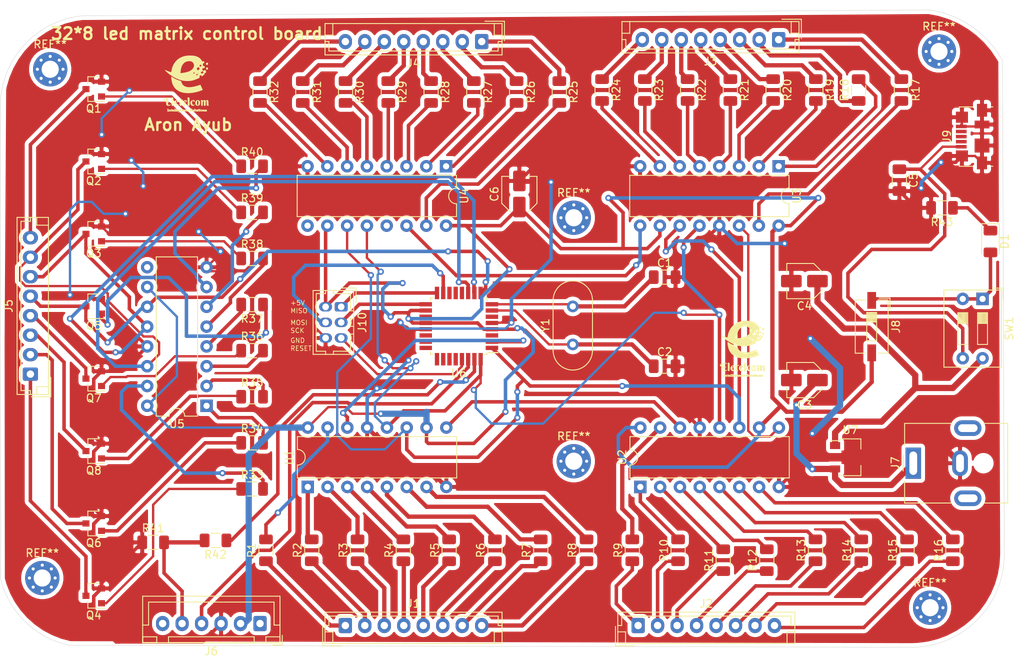
<source format=kicad_pcb>
(kicad_pcb (version 20171130) (host pcbnew "(5.1.6)-1")
  (layers (0 F.Cu signal) (31 B.Cu signal) (34 B.Paste user) (35 F.Paste user) (36 B.SilkS user) (37 F.SilkS user) (38 B.Mask user) (39 F.Mask user) (44 Edge.Cuts user))
  (net 0 "")
  (net 1 GND)
  (net 2 "Net-(C1-Pad1)")
  (net 3 "Net-(C2-Pad1)")
  (net 4 "Net-(J1-Pad1)")
  (net 5 "Net-(J1-Pad2)")
  (net 6 "Net-(J1-Pad3)")
  (net 7 "Net-(J1-Pad4)")
  (net 8 "Net-(J1-Pad5)")
  (net 9 "Net-(J1-Pad6)")
  (net 10 "Net-(J1-Pad7)")
  (net 11 "Net-(J1-Pad8)")
  (net 12 "Net-(J2-Pad8)")
  (net 13 "Net-(J2-Pad7)")
  (net 14 "Net-(J2-Pad6)")
  (net 15 "Net-(J2-Pad5)")
  (net 16 "Net-(J2-Pad4)")
  (net 17 "Net-(J2-Pad3)")
  (net 18 "Net-(J2-Pad2)")
  (net 19 "Net-(J2-Pad1)")
  (net 20 "Net-(J3-Pad8)")
  (net 21 "Net-(J3-Pad7)")
  (net 22 "Net-(J3-Pad6)")
  (net 23 "Net-(J3-Pad5)")
  (net 24 "Net-(J3-Pad4)")
  (net 25 "Net-(J3-Pad3)")
  (net 26 "Net-(J3-Pad2)")
  (net 27 "Net-(J3-Pad1)")
  (net 28 "Net-(J4-Pad1)")
  (net 29 "Net-(J4-Pad2)")
  (net 30 "Net-(J4-Pad3)")
  (net 31 "Net-(J4-Pad4)")
  (net 32 "Net-(J4-Pad5)")
  (net 33 "Net-(J4-Pad6)")
  (net 34 "Net-(J4-Pad7)")
  (net 35 "Net-(J4-Pad8)")
  (net 36 /P1)
  (net 37 /P2)
  (net 38 /P3)
  (net 39 /P4)
  (net 40 /P5)
  (net 41 /P6)
  (net 42 /P7)
  (net 43 /P8)
  (net 44 +5V)
  (net 45 /RX)
  (net 46 "Net-(J6-Pad5)")
  (net 47 /QH)
  (net 48 /QG)
  (net 49 /QF)
  (net 50 /QA)
  (net 51 /QE)
  (net 52 /QB)
  (net 53 /QD)
  (net 54 /QC)
  (net 55 "Net-(R1-Pad2)")
  (net 56 "Net-(R2-Pad2)")
  (net 57 "Net-(R3-Pad2)")
  (net 58 "Net-(R4-Pad2)")
  (net 59 "Net-(R5-Pad2)")
  (net 60 "Net-(R6-Pad2)")
  (net 61 "Net-(R7-Pad2)")
  (net 62 "Net-(R8-Pad2)")
  (net 63 "Net-(R9-Pad2)")
  (net 64 "Net-(R10-Pad2)")
  (net 65 "Net-(R11-Pad2)")
  (net 66 "Net-(R12-Pad2)")
  (net 67 "Net-(R13-Pad2)")
  (net 68 "Net-(R14-Pad2)")
  (net 69 "Net-(R15-Pad2)")
  (net 70 "Net-(R16-Pad2)")
  (net 71 "Net-(R17-Pad2)")
  (net 72 "Net-(R18-Pad2)")
  (net 73 "Net-(R19-Pad2)")
  (net 74 "Net-(R20-Pad2)")
  (net 75 "Net-(R21-Pad2)")
  (net 76 "Net-(R22-Pad2)")
  (net 77 "Net-(R23-Pad2)")
  (net 78 "Net-(R24-Pad2)")
  (net 79 "Net-(R25-Pad2)")
  (net 80 "Net-(R26-Pad2)")
  (net 81 "Net-(R27-Pad2)")
  (net 82 "Net-(R28-Pad2)")
  (net 83 "Net-(R29-Pad2)")
  (net 84 "Net-(R30-Pad2)")
  (net 85 "Net-(R31-Pad2)")
  (net 86 "Net-(R32-Pad2)")
  (net 87 "Net-(R33-Pad2)")
  (net 88 "Net-(R34-Pad2)")
  (net 89 "Net-(R35-Pad2)")
  (net 90 "Net-(R36-Pad2)")
  (net 91 "Net-(R37-Pad2)")
  (net 92 "Net-(R38-Pad2)")
  (net 93 "Net-(R39-Pad2)")
  (net 94 "Net-(R40-Pad2)")
  (net 95 /TX)
  (net 96 /PIN4)
  (net 97 /PIN3)
  (net 98 /PIN2)
  (net 99 "Net-(U1-Pad9)")
  (net 100 /QH2)
  (net 101 "Net-(U3-Pad9)")
  (net 102 /VIN)
  (net 103 /12_5_S)
  (net 104 /USB_S)
  (net 105 /PW)
  (net 106 "Net-(D1-Pad1)")
  (net 107 /MOSI)
  (net 108 /RESET)
  (net 109 /SCK)
  (net 110 /MISO)
  (module "Library:TE_LOGO_ 10.8_8.1" (layer F.Cu) (at 200.914 109.22)
    (fp_text reference G*** hide)
    (fp_text value LOGO hide)
  )
  (module "Library:TE_LOGO_ 10.8_8.1" (layer F.Cu) (at 129.54 75.184)
    (fp_text reference G*** hide)
    (fp_text value LOGO hide)
  )
  (module MountingHole:MountingHole_2.2mm_M2_Pad_Via (layer F.Cu) (at 178.944 92.456)
    (fp_text reference REF** (at 0 -3.2) (layer F.SilkS))
    (fp_text value H)
    (pad 1 thru_hole circle (at 0 0) (size 4.4 4.4) (drill 2.2) (layers *.Cu *.Mask))
    (pad 1 thru_hole circle (at 1.65 0) (size 0.7 0.7) (drill 0.4) (layers *.Cu *.Mask))
    (pad 1 thru_hole circle (at 1.166726 1.166726) (size 0.7 0.7) (drill 0.4) (layers *.Cu *.Mask))
    (pad 1 thru_hole circle (at 0 1.65) (size 0.7 0.7) (drill 0.4) (layers *.Cu *.Mask))
    (pad 1 thru_hole circle (at -1.166726 1.166726) (size 0.7 0.7) (drill 0.4) (layers *.Cu *.Mask))
    (pad 1 thru_hole circle (at -1.65 0) (size 0.7 0.7) (drill 0.4) (layers *.Cu *.Mask))
    (pad 1 thru_hole circle (at -1.166726 -1.166726) (size 0.7 0.7) (drill 0.4) (layers *.Cu *.Mask))
    (pad 1 thru_hole circle (at 0 -1.65) (size 0.7 0.7) (drill 0.4) (layers *.Cu *.Mask))
    (pad 1 thru_hole circle (at 1.166726 -1.166726) (size 0.7 0.7) (drill 0.4) (layers *.Cu *.Mask))
  )
  (module MountingHole:MountingHole_2.2mm_M2_Pad_Via (layer F.Cu) (at 178.944 123.698)
    (fp_text reference REF** (at 0 -3.2) (layer F.SilkS))
    (fp_text value H)
    (pad 1 thru_hole circle (at 0 0) (size 4.4 4.4) (drill 2.2) (layers *.Cu *.Mask))
    (pad 1 thru_hole circle (at 1.65 0) (size 0.7 0.7) (drill 0.4) (layers *.Cu *.Mask))
    (pad 1 thru_hole circle (at 1.166726 1.166726) (size 0.7 0.7) (drill 0.4) (layers *.Cu *.Mask))
    (pad 1 thru_hole circle (at 0 1.65) (size 0.7 0.7) (drill 0.4) (layers *.Cu *.Mask))
    (pad 1 thru_hole circle (at -1.166726 1.166726) (size 0.7 0.7) (drill 0.4) (layers *.Cu *.Mask))
    (pad 1 thru_hole circle (at -1.65 0) (size 0.7 0.7) (drill 0.4) (layers *.Cu *.Mask))
    (pad 1 thru_hole circle (at -1.166726 -1.166726) (size 0.7 0.7) (drill 0.4) (layers *.Cu *.Mask))
    (pad 1 thru_hole circle (at 0 -1.65) (size 0.7 0.7) (drill 0.4) (layers *.Cu *.Mask))
    (pad 1 thru_hole circle (at 1.166726 -1.166726) (size 0.7 0.7) (drill 0.4) (layers *.Cu *.Mask))
  )
  (module MountingHole:MountingHole_2.2mm_M2_Pad_Via (layer F.Cu) (at 110.744 138.684)
    (fp_text reference REF** (at 0 -3.2) (layer F.SilkS))
    (fp_text value H)
    (pad 1 thru_hole circle (at 0 0) (size 4.4 4.4) (drill 2.2) (layers *.Cu *.Mask))
    (pad 1 thru_hole circle (at 1.65 0) (size 0.7 0.7) (drill 0.4) (layers *.Cu *.Mask))
    (pad 1 thru_hole circle (at 1.166726 1.166726) (size 0.7 0.7) (drill 0.4) (layers *.Cu *.Mask))
    (pad 1 thru_hole circle (at 0 1.65) (size 0.7 0.7) (drill 0.4) (layers *.Cu *.Mask))
    (pad 1 thru_hole circle (at -1.166726 1.166726) (size 0.7 0.7) (drill 0.4) (layers *.Cu *.Mask))
    (pad 1 thru_hole circle (at -1.65 0) (size 0.7 0.7) (drill 0.4) (layers *.Cu *.Mask))
    (pad 1 thru_hole circle (at -1.166726 -1.166726) (size 0.7 0.7) (drill 0.4) (layers *.Cu *.Mask))
    (pad 1 thru_hole circle (at 0 -1.65) (size 0.7 0.7) (drill 0.4) (layers *.Cu *.Mask))
    (pad 1 thru_hole circle (at 1.166726 -1.166726) (size 0.7 0.7) (drill 0.4) (layers *.Cu *.Mask))
  )
  (module MountingHole:MountingHole_2.2mm_M2_Pad_Via (layer F.Cu) (at 111.76 73.406)
    (fp_text reference REF** (at 0 -3.2) (layer F.SilkS))
    (fp_text value H)
    (pad 1 thru_hole circle (at 0 0) (size 4.4 4.4) (drill 2.2) (layers *.Cu *.Mask))
    (pad 1 thru_hole circle (at 1.65 0) (size 0.7 0.7) (drill 0.4) (layers *.Cu *.Mask))
    (pad 1 thru_hole circle (at 1.166726 1.166726) (size 0.7 0.7) (drill 0.4) (layers *.Cu *.Mask))
    (pad 1 thru_hole circle (at 0 1.65) (size 0.7 0.7) (drill 0.4) (layers *.Cu *.Mask))
    (pad 1 thru_hole circle (at -1.166726 1.166726) (size 0.7 0.7) (drill 0.4) (layers *.Cu *.Mask))
    (pad 1 thru_hole circle (at -1.65 0) (size 0.7 0.7) (drill 0.4) (layers *.Cu *.Mask))
    (pad 1 thru_hole circle (at -1.166726 -1.166726) (size 0.7 0.7) (drill 0.4) (layers *.Cu *.Mask))
    (pad 1 thru_hole circle (at 0 -1.65) (size 0.7 0.7) (drill 0.4) (layers *.Cu *.Mask))
    (pad 1 thru_hole circle (at 1.166726 -1.166726) (size 0.7 0.7) (drill 0.4) (layers *.Cu *.Mask))
  )
  (module MountingHole:MountingHole_2.2mm_M2_Pad_Via (layer F.Cu) (at 225.806 71.12)
    (fp_text reference REF** (at 0 -3.2) (layer F.SilkS))
    (fp_text value H)
    (pad 1 thru_hole circle (at 0 0) (size 4.4 4.4) (drill 2.2) (layers *.Cu *.Mask))
    (pad 1 thru_hole circle (at 1.65 0) (size 0.7 0.7) (drill 0.4) (layers *.Cu *.Mask))
    (pad 1 thru_hole circle (at 1.166726 1.166726) (size 0.7 0.7) (drill 0.4) (layers *.Cu *.Mask))
    (pad 1 thru_hole circle (at 0 1.65) (size 0.7 0.7) (drill 0.4) (layers *.Cu *.Mask))
    (pad 1 thru_hole circle (at -1.166726 1.166726) (size 0.7 0.7) (drill 0.4) (layers *.Cu *.Mask))
    (pad 1 thru_hole circle (at -1.65 0) (size 0.7 0.7) (drill 0.4) (layers *.Cu *.Mask))
    (pad 1 thru_hole circle (at -1.166726 -1.166726) (size 0.7 0.7) (drill 0.4) (layers *.Cu *.Mask))
    (pad 1 thru_hole circle (at 0 -1.65) (size 0.7 0.7) (drill 0.4) (layers *.Cu *.Mask))
    (pad 1 thru_hole circle (at 1.166726 -1.166726) (size 0.7 0.7) (drill 0.4) (layers *.Cu *.Mask))
  )
  (module MountingHole:MountingHole_2.2mm_M2_Pad_Via (layer F.Cu) (at 224.664 142.494)
    (fp_text reference REF** (at 0 -3.2) (layer F.SilkS))
    (fp_text value H)
    (pad 1 thru_hole circle (at 1.166726 -1.166726) (size 0.7 0.7) (drill 0.4) (layers *.Cu *.Mask))
    (pad 1 thru_hole circle (at 0 -1.65) (size 0.7 0.7) (drill 0.4) (layers *.Cu *.Mask))
    (pad 1 thru_hole circle (at -1.166726 -1.166726) (size 0.7 0.7) (drill 0.4) (layers *.Cu *.Mask))
    (pad 1 thru_hole circle (at -1.65 0) (size 0.7 0.7) (drill 0.4) (layers *.Cu *.Mask))
    (pad 1 thru_hole circle (at -1.166726 1.166726) (size 0.7 0.7) (drill 0.4) (layers *.Cu *.Mask))
    (pad 1 thru_hole circle (at 0 1.65) (size 0.7 0.7) (drill 0.4) (layers *.Cu *.Mask))
    (pad 1 thru_hole circle (at 1.166726 1.166726) (size 0.7 0.7) (drill 0.4) (layers *.Cu *.Mask))
    (pad 1 thru_hole circle (at 1.65 0) (size 0.7 0.7) (drill 0.4) (layers *.Cu *.Mask))
    (pad 1 thru_hole circle (at 0 0) (size 4.4 4.4) (drill 2.2) (layers *.Cu *.Mask))
  )
  (module Connector_Hirose:Hirose_DF11-6DP-2DSA_2x03_P2.00mm_Vertical (layer F.Cu) (at 149.098 103.886 270)
    (fp_text reference J10 (at 2 -2.7 90) (layer F.SilkS))
    (fp_text value ICSP)
    (pad 6 thru_hole oval (at 4 2 270) (size 1.2 1.65) (drill 0.85) (layers *.Cu *.Mask) (net 1 GND))
    (pad 4 thru_hole oval (at 2 2 270) (size 1.2 1.65) (drill 0.85) (layers *.Cu *.Mask) (net 107 /MOSI))
    (pad 2 thru_hole oval (at 0 2 270) (size 1.2 1.65) (drill 0.85) (layers *.Cu *.Mask) (net 44 +5V))
    (pad 5 thru_hole oval (at 4 0 270) (size 1.2 1.65) (drill 0.85) (layers *.Cu *.Mask) (net 108 /RESET))
    (pad 3 thru_hole oval (at 2 0 270) (size 1.2 1.65) (drill 0.85) (layers *.Cu *.Mask) (net 109 /SCK))
    (pad 1 thru_hole roundrect (at 0 0 270) (size 1.2 1.65) (drill 0.85) (layers *.Cu *.Mask) (roundrect_rratio 0.208333) (net 110 /MISO))
  )
  (module Resistor_SMD:R_1206_3216Metric (layer F.Cu) (at 226.19 91.186 180)
    (fp_text reference R43 (at 0 -1.82) (layer F.SilkS))
    (fp_text value 1K)
    (pad 2 smd roundrect (at 1.4 0 180) (size 1.25 1.75) (layers F.Cu F.Paste F.Mask) (roundrect_rratio 0.2) (net 1 GND))
    (pad 1 smd roundrect (at -1.4 0 180) (size 1.25 1.75) (layers F.Cu F.Paste F.Mask) (roundrect_rratio 0.2) (net 106 "Net-(D1-Pad1)"))
  )
  (module Button_Switch_SMD:SW_DIP_SPSTx01_Slide_6.7x4.1mm_W6.73mm_P2.54mm_LowProfile_JPin (layer F.Cu) (at 217.17 106.426 270)
    (fp_text reference J8 (at 0 -3.11 90) (layer F.SilkS))
    (fp_text value PWON)
    (pad 2 smd rect (at 3.365 0 270) (size 2.16 1.12) (layers F.Cu F.Paste F.Mask) (net 44 +5V))
    (pad 1 smd rect (at -3.365 0 270) (size 2.16 1.12) (layers F.Cu F.Paste F.Mask) (net 105 /PW))
  )
  (module LED_SMD:LED_1206_3216Metric (layer F.Cu) (at 232.41 95.504 270)
    (fp_text reference D1 (at 0 -1.82 90) (layer F.SilkS))
    (fp_text value LED)
    (pad 2 smd roundrect (at 1.4 0 270) (size 1.25 1.75) (layers F.Cu F.Paste F.Mask) (roundrect_rratio 0.2) (net 105 /PW))
    (pad 1 smd roundrect (at -1.4 0 270) (size 1.25 1.75) (layers F.Cu F.Paste F.Mask) (roundrect_rratio 0.2) (net 106 "Net-(D1-Pad1)"))
  )
  (module Capacitor_SMD:C_Elec_4x5.4 (layer F.Cu) (at 171.958 89.408 90)
    (fp_text reference C6 (at 0 -3.2 90) (layer F.SilkS))
    (fp_text value 10uf)
    (pad 2 smd roundrect (at 1.675 0 90) (size 2.65 1.6) (layers F.Cu F.Paste F.Mask) (roundrect_rratio 0.15625) (net 1 GND))
    (pad 1 smd roundrect (at -1.675 0 90) (size 2.65 1.6) (layers F.Cu F.Paste F.Mask) (roundrect_rratio 0.15625) (net 44 +5V))
  )
  (module Resistor_SMD:R_1206_3216Metric (layer F.Cu) (at 151.197732 135.128 90)
    (fp_text reference R3 (at 0 -1.82 90) (layer F.SilkS))
    (fp_text value 220ohm)
    (pad 2 smd roundrect (at 1.4 0 90) (size 1.25 1.75) (layers F.Cu F.Paste F.Mask) (roundrect_rratio 0.2) (net 57 "Net-(R3-Pad2)"))
    (pad 1 smd roundrect (at -1.4 0 90) (size 1.25 1.75) (layers F.Cu F.Paste F.Mask) (roundrect_rratio 0.2) (net 6 "Net-(J1-Pad3)"))
  )
  (module Resistor_SMD:R_1206_3216Metric (layer F.Cu) (at 168.82533 135.128 90)
    (fp_text reference R6 (at 0 -1.82 90) (layer F.SilkS))
    (fp_text value 220ohm)
    (pad 2 smd roundrect (at 1.4 0 90) (size 1.25 1.75) (layers F.Cu F.Paste F.Mask) (roundrect_rratio 0.2) (net 60 "Net-(R6-Pad2)"))
    (pad 1 smd roundrect (at -1.4 0 90) (size 1.25 1.75) (layers F.Cu F.Paste F.Mask) (roundrect_rratio 0.2) (net 9 "Net-(J1-Pad6)"))
  )
  (module Resistor_SMD:R_1206_3216Metric (layer F.Cu) (at 198.12 136.398 90)
    (fp_text reference R11 (at 0 -1.82 90) (layer F.SilkS))
    (fp_text value 220ohm)
    (pad 2 smd roundrect (at 1.4 0 90) (size 1.25 1.75) (layers F.Cu F.Paste F.Mask) (roundrect_rratio 0.2) (net 65 "Net-(R11-Pad2)"))
    (pad 1 smd roundrect (at -1.4 0 90) (size 1.25 1.75) (layers F.Cu F.Paste F.Mask) (roundrect_rratio 0.2) (net 17 "Net-(J2-Pad3)"))
  )
  (module Resistor_SMD:R_1206_3216Metric (layer F.Cu) (at 209.956392 135.128 90)
    (fp_text reference R13 (at 0 -1.82 90) (layer F.SilkS))
    (fp_text value 220ohm)
    (pad 2 smd roundrect (at 1.4 0 90) (size 1.25 1.75) (layers F.Cu F.Paste F.Mask) (roundrect_rratio 0.2) (net 67 "Net-(R13-Pad2)"))
    (pad 1 smd roundrect (at -1.4 0 90) (size 1.25 1.75) (layers F.Cu F.Paste F.Mask) (roundrect_rratio 0.2) (net 15 "Net-(J2-Pad5)"))
  )
  (module Resistor_SMD:R_1206_3216Metric (layer F.Cu) (at 192.328794 135.128 90)
    (fp_text reference R10 (at 0 -1.82 90) (layer F.SilkS))
    (fp_text value 220ohm)
    (pad 1 smd roundrect (at -1.4 0 90) (size 1.25 1.75) (layers F.Cu F.Paste F.Mask) (roundrect_rratio 0.2) (net 18 "Net-(J2-Pad2)"))
    (pad 2 smd roundrect (at 1.4 0 90) (size 1.25 1.75) (layers F.Cu F.Paste F.Mask) (roundrect_rratio 0.2) (net 64 "Net-(R10-Pad2)"))
  )
  (module Resistor_SMD:R_1206_3216Metric (layer F.Cu) (at 215.832258 135.128 90)
    (fp_text reference R14 (at 0 -1.82 90) (layer F.SilkS))
    (fp_text value 220ohm)
    (pad 1 smd roundrect (at -1.4 0 90) (size 1.25 1.75) (layers F.Cu F.Paste F.Mask) (roundrect_rratio 0.2) (net 14 "Net-(J2-Pad6)"))
    (pad 2 smd roundrect (at 1.4 0 90) (size 1.25 1.75) (layers F.Cu F.Paste F.Mask) (roundrect_rratio 0.2) (net 68 "Net-(R14-Pad2)"))
  )
  (module Resistor_SMD:R_1206_3216Metric (layer F.Cu) (at 221.708124 135.128 90)
    (fp_text reference R15 (at 0 -1.82 90) (layer F.SilkS))
    (fp_text value 220ohm)
    (pad 2 smd roundrect (at 1.4 0 90) (size 1.25 1.75) (layers F.Cu F.Paste F.Mask) (roundrect_rratio 0.2) (net 69 "Net-(R15-Pad2)"))
    (pad 1 smd roundrect (at -1.4 0 90) (size 1.25 1.75) (layers F.Cu F.Paste F.Mask) (roundrect_rratio 0.2) (net 13 "Net-(J2-Pad7)"))
  )
  (module Resistor_SMD:R_1206_3216Metric (layer F.Cu) (at 162.949464 135.128 90)
    (fp_text reference R5 (at 0 -1.82 90) (layer F.SilkS))
    (fp_text value 220ohm)
    (pad 1 smd roundrect (at -1.4 0 90) (size 1.25 1.75) (layers F.Cu F.Paste F.Mask) (roundrect_rratio 0.2) (net 8 "Net-(J1-Pad5)"))
    (pad 2 smd roundrect (at 1.4 0 90) (size 1.25 1.75) (layers F.Cu F.Paste F.Mask) (roundrect_rratio 0.2) (net 59 "Net-(R5-Pad2)"))
  )
  (module Resistor_SMD:R_1206_3216Metric (layer F.Cu) (at 180.577062 135.128 90)
    (fp_text reference R8 (at 0 -1.82 90) (layer F.SilkS))
    (fp_text value 220ohm)
    (pad 1 smd roundrect (at -1.4 0 90) (size 1.25 1.75) (layers F.Cu F.Paste F.Mask) (roundrect_rratio 0.2) (net 11 "Net-(J1-Pad8)"))
    (pad 2 smd roundrect (at 1.4 0 90) (size 1.25 1.75) (layers F.Cu F.Paste F.Mask) (roundrect_rratio 0.2) (net 62 "Net-(R8-Pad2)"))
  )
  (module Resistor_SMD:R_1206_3216Metric (layer F.Cu) (at 157.073598 135.128 90)
    (fp_text reference R4 (at 0 -1.82 90) (layer F.SilkS))
    (fp_text value 220ohm)
    (pad 2 smd roundrect (at 1.4 0 90) (size 1.25 1.75) (layers F.Cu F.Paste F.Mask) (roundrect_rratio 0.2) (net 58 "Net-(R4-Pad2)"))
    (pad 1 smd roundrect (at -1.4 0 90) (size 1.25 1.75) (layers F.Cu F.Paste F.Mask) (roundrect_rratio 0.2) (net 7 "Net-(J1-Pad4)"))
  )
  (module Resistor_SMD:R_1206_3216Metric (layer F.Cu) (at 145.321866 135.128 90)
    (fp_text reference R2 (at 0 -1.82 90) (layer F.SilkS))
    (fp_text value 220ohm)
    (pad 1 smd roundrect (at -1.4 0 90) (size 1.25 1.75) (layers F.Cu F.Paste F.Mask) (roundrect_rratio 0.2) (net 5 "Net-(J1-Pad2)"))
    (pad 2 smd roundrect (at 1.4 0 90) (size 1.25 1.75) (layers F.Cu F.Paste F.Mask) (roundrect_rratio 0.2) (net 56 "Net-(R2-Pad2)"))
  )
  (module Resistor_SMD:R_1206_3216Metric (layer F.Cu) (at 139.446 135.128 90)
    (fp_text reference R1 (at 0 -1.82 90) (layer F.SilkS))
    (fp_text value 220ohm)
    (pad 2 smd roundrect (at 1.4 0 90) (size 1.25 1.75) (layers F.Cu F.Paste F.Mask) (roundrect_rratio 0.2) (net 55 "Net-(R1-Pad2)"))
    (pad 1 smd roundrect (at -1.4 0 90) (size 1.25 1.75) (layers F.Cu F.Paste F.Mask) (roundrect_rratio 0.2) (net 4 "Net-(J1-Pad1)"))
  )
  (module Resistor_SMD:R_1206_3216Metric (layer F.Cu) (at 186.452928 135.128 90)
    (fp_text reference R9 (at 0 -1.82 90) (layer F.SilkS))
    (fp_text value 220ohm)
    (pad 1 smd roundrect (at -1.4 0 90) (size 1.25 1.75) (layers F.Cu F.Paste F.Mask) (roundrect_rratio 0.2) (net 19 "Net-(J2-Pad1)"))
    (pad 2 smd roundrect (at 1.4 0 90) (size 1.25 1.75) (layers F.Cu F.Paste F.Mask) (roundrect_rratio 0.2) (net 63 "Net-(R9-Pad2)"))
  )
  (module Resistor_SMD:R_1206_3216Metric (layer F.Cu) (at 203.708 136.398 90)
    (fp_text reference R12 (at 0 -1.82 90) (layer F.SilkS))
    (fp_text value 220ohm)
    (pad 1 smd roundrect (at -1.4 0 90) (size 1.25 1.75) (layers F.Cu F.Paste F.Mask) (roundrect_rratio 0.2) (net 16 "Net-(J2-Pad4)"))
    (pad 2 smd roundrect (at 1.4 0 90) (size 1.25 1.75) (layers F.Cu F.Paste F.Mask) (roundrect_rratio 0.2) (net 66 "Net-(R12-Pad2)"))
  )
  (module Resistor_SMD:R_1206_3216Metric (layer F.Cu) (at 174.701196 135.128 90)
    (fp_text reference R7 (at 0 -1.82 90) (layer F.SilkS))
    (fp_text value 220ohm)
    (pad 1 smd roundrect (at -1.4 0 90) (size 1.25 1.75) (layers F.Cu F.Paste F.Mask) (roundrect_rratio 0.2) (net 10 "Net-(J1-Pad7)"))
    (pad 2 smd roundrect (at 1.4 0 90) (size 1.25 1.75) (layers F.Cu F.Paste F.Mask) (roundrect_rratio 0.2) (net 61 "Net-(R7-Pad2)"))
  )
  (module Resistor_SMD:R_1206_3216Metric (layer F.Cu) (at 227.584 135.128 90)
    (fp_text reference R16 (at 0 -1.82 90) (layer F.SilkS))
    (fp_text value 220ohm)
    (pad 1 smd roundrect (at -1.4 0 90) (size 1.25 1.75) (layers F.Cu F.Paste F.Mask) (roundrect_rratio 0.2) (net 12 "Net-(J2-Pad8)"))
    (pad 2 smd roundrect (at 1.4 0 90) (size 1.25 1.75) (layers F.Cu F.Paste F.Mask) (roundrect_rratio 0.2) (net 70 "Net-(R16-Pad2)"))
  )
  (module Connector_JST:JST_EH_B8B-EH-A_1x08_P2.50mm_Vertical (layer F.Cu) (at 149.632 144.78)
    (fp_text reference J1 (at 8.75 -2.8) (layer F.SilkS))
    (fp_text value SRA)
    (pad 8 thru_hole oval (at 17.5 0) (size 1.7 1.95) (drill 0.95) (layers *.Cu *.Mask) (net 11 "Net-(J1-Pad8)"))
    (pad 7 thru_hole oval (at 15 0) (size 1.7 1.95) (drill 0.95) (layers *.Cu *.Mask) (net 10 "Net-(J1-Pad7)"))
    (pad 6 thru_hole oval (at 12.5 0) (size 1.7 1.95) (drill 0.95) (layers *.Cu *.Mask) (net 9 "Net-(J1-Pad6)"))
    (pad 5 thru_hole oval (at 10 0) (size 1.7 1.95) (drill 0.95) (layers *.Cu *.Mask) (net 8 "Net-(J1-Pad5)"))
    (pad 4 thru_hole oval (at 7.5 0) (size 1.7 1.95) (drill 0.95) (layers *.Cu *.Mask) (net 7 "Net-(J1-Pad4)"))
    (pad 3 thru_hole oval (at 5 0) (size 1.7 1.95) (drill 0.95) (layers *.Cu *.Mask) (net 6 "Net-(J1-Pad3)"))
    (pad 2 thru_hole oval (at 2.5 0) (size 1.7 1.95) (drill 0.95) (layers *.Cu *.Mask) (net 5 "Net-(J1-Pad2)"))
    (pad 1 thru_hole roundrect (at 0 0) (size 1.7 1.95) (drill 0.95) (layers *.Cu *.Mask) (roundrect_rratio 0.147059) (net 4 "Net-(J1-Pad1)"))
  )
  (module Package_TO_SOT_SMD:SOT-23 (layer F.Cu) (at 117.348 122.391716 180)
    (fp_text reference Q8 (at 0 -2.5) (layer F.SilkS))
    (fp_text value BJT)
    (pad 3 smd rect (at 1 0 180) (size 0.9 0.8) (layers F.Cu F.Paste F.Mask) (net 38 /P3))
    (pad 2 smd rect (at -1 0.95 180) (size 0.9 0.8) (layers F.Cu F.Paste F.Mask) (net 1 GND))
    (pad 1 smd rect (at -1 -0.95 180) (size 0.9 0.8) (layers F.Cu F.Paste F.Mask) (net 54 /QC))
  )
  (module Package_TO_SOT_SMD:SOT-23 (layer F.Cu) (at 117.348 113.102574 180)
    (fp_text reference Q7 (at 0 -2.5) (layer F.SilkS))
    (fp_text value BJT)
    (pad 3 smd rect (at 1 0 180) (size 0.9 0.8) (layers F.Cu F.Paste F.Mask) (net 39 /P4))
    (pad 2 smd rect (at -1 0.95 180) (size 0.9 0.8) (layers F.Cu F.Paste F.Mask) (net 1 GND))
    (pad 1 smd rect (at -1 -0.95 180) (size 0.9 0.8) (layers F.Cu F.Paste F.Mask) (net 53 /QD))
  )
  (module Package_TO_SOT_SMD:SOT-23 (layer F.Cu) (at 117.348 131.680858 180)
    (fp_text reference Q6 (at 0 -2.5) (layer F.SilkS))
    (fp_text value BJT)
    (pad 3 smd rect (at 1 0 180) (size 0.9 0.8) (layers F.Cu F.Paste F.Mask) (net 37 /P2))
    (pad 2 smd rect (at -1 0.95 180) (size 0.9 0.8) (layers F.Cu F.Paste F.Mask) (net 1 GND))
    (pad 1 smd rect (at -1 -0.95 180) (size 0.9 0.8) (layers F.Cu F.Paste F.Mask) (net 52 /QB))
  )
  (module Package_TO_SOT_SMD:SOT-23 (layer F.Cu) (at 117.348 103.813432 180)
    (fp_text reference Q5 (at 0 -2.5) (layer F.SilkS))
    (fp_text value BJT)
    (pad 3 smd rect (at 1 0 180) (size 0.9 0.8) (layers F.Cu F.Paste F.Mask) (net 40 /P5))
    (pad 2 smd rect (at -1 0.95 180) (size 0.9 0.8) (layers F.Cu F.Paste F.Mask) (net 1 GND))
    (pad 1 smd rect (at -1 -0.95 180) (size 0.9 0.8) (layers F.Cu F.Paste F.Mask) (net 51 /QE))
  )
  (module Package_TO_SOT_SMD:SOT-23 (layer F.Cu) (at 117.348 140.97 180)
    (fp_text reference Q4 (at 0 -2.5) (layer F.SilkS))
    (fp_text value BJT)
    (pad 3 smd rect (at 1 0 180) (size 0.9 0.8) (layers F.Cu F.Paste F.Mask) (net 36 /P1))
    (pad 2 smd rect (at -1 0.95 180) (size 0.9 0.8) (layers F.Cu F.Paste F.Mask) (net 1 GND))
    (pad 1 smd rect (at -1 -0.95 180) (size 0.9 0.8) (layers F.Cu F.Paste F.Mask) (net 50 /QA))
  )
  (module Package_TO_SOT_SMD:SOT-23 (layer F.Cu) (at 117.348 94.52429 180)
    (fp_text reference Q3 (at 0 -2.5) (layer F.SilkS))
    (fp_text value BJT)
    (pad 3 smd rect (at 1 0 180) (size 0.9 0.8) (layers F.Cu F.Paste F.Mask) (net 41 /P6))
    (pad 2 smd rect (at -1 0.95 180) (size 0.9 0.8) (layers F.Cu F.Paste F.Mask) (net 1 GND))
    (pad 1 smd rect (at -1 -0.95 180) (size 0.9 0.8) (layers F.Cu F.Paste F.Mask) (net 49 /QF))
  )
  (module Package_TO_SOT_SMD:SOT-23 (layer F.Cu) (at 117.348 85.235148 180)
    (fp_text reference Q2 (at 0 -2.5) (layer F.SilkS))
    (fp_text value BJT)
    (pad 3 smd rect (at 1 0 180) (size 0.9 0.8) (layers F.Cu F.Paste F.Mask) (net 42 /P7))
    (pad 2 smd rect (at -1 0.95 180) (size 0.9 0.8) (layers F.Cu F.Paste F.Mask) (net 1 GND))
    (pad 1 smd rect (at -1 -0.95 180) (size 0.9 0.8) (layers F.Cu F.Paste F.Mask) (net 48 /QG))
  )
  (module Package_TO_SOT_SMD:SOT-23 (layer F.Cu) (at 117.348 75.946 180)
    (fp_text reference Q1 (at 0 -2.5) (layer F.SilkS))
    (fp_text value BJT)
    (pad 3 smd rect (at 1 0 180) (size 0.9 0.8) (layers F.Cu F.Paste F.Mask) (net 43 /P8))
    (pad 2 smd rect (at -1 0.95 180) (size 0.9 0.8) (layers F.Cu F.Paste F.Mask) (net 1 GND))
    (pad 1 smd rect (at -1 -0.95 180) (size 0.9 0.8) (layers F.Cu F.Paste F.Mask) (net 47 /QH))
  )
  (module Capacitor_SMD:C_1206_3216Metric (layer F.Cu) (at 190.603999 100.076)
    (fp_text reference C1 (at 0 -1.82) (layer F.SilkS))
    (fp_text value 22pf)
    (pad 2 smd roundrect (at 1.4 0) (size 1.25 1.75) (layers F.Cu F.Paste F.Mask) (roundrect_rratio 0.2) (net 1 GND))
    (pad 1 smd roundrect (at -1.4 0) (size 1.25 1.75) (layers F.Cu F.Paste F.Mask) (roundrect_rratio 0.2) (net 2 "Net-(C1-Pad1)"))
  )
  (module Capacitor_SMD:C_1206_3216Metric (layer F.Cu) (at 190.603999 111.506)
    (fp_text reference C2 (at 0 -1.82) (layer F.SilkS))
    (fp_text value 22pf)
    (pad 1 smd roundrect (at -1.4 0) (size 1.25 1.75) (layers F.Cu F.Paste F.Mask) (roundrect_rratio 0.2) (net 3 "Net-(C2-Pad1)"))
    (pad 2 smd roundrect (at 1.4 0) (size 1.25 1.75) (layers F.Cu F.Paste F.Mask) (roundrect_rratio 0.2) (net 1 GND))
  )
  (module Connector_JST:JST_EH_B8B-EH-A_1x08_P2.50mm_Vertical (layer F.Cu) (at 187.198 144.78)
    (fp_text reference J2 (at 8.75 -2.8) (layer F.SilkS))
    (fp_text value SRB)
    (pad 8 thru_hole oval (at 17.5 0) (size 1.7 1.95) (drill 0.95) (layers *.Cu *.Mask) (net 12 "Net-(J2-Pad8)"))
    (pad 7 thru_hole oval (at 15 0) (size 1.7 1.95) (drill 0.95) (layers *.Cu *.Mask) (net 13 "Net-(J2-Pad7)"))
    (pad 6 thru_hole oval (at 12.5 0) (size 1.7 1.95) (drill 0.95) (layers *.Cu *.Mask) (net 14 "Net-(J2-Pad6)"))
    (pad 5 thru_hole oval (at 10 0) (size 1.7 1.95) (drill 0.95) (layers *.Cu *.Mask) (net 15 "Net-(J2-Pad5)"))
    (pad 4 thru_hole oval (at 7.5 0) (size 1.7 1.95) (drill 0.95) (layers *.Cu *.Mask) (net 16 "Net-(J2-Pad4)"))
    (pad 3 thru_hole oval (at 5 0) (size 1.7 1.95) (drill 0.95) (layers *.Cu *.Mask) (net 17 "Net-(J2-Pad3)"))
    (pad 2 thru_hole oval (at 2.5 0) (size 1.7 1.95) (drill 0.95) (layers *.Cu *.Mask) (net 18 "Net-(J2-Pad2)"))
    (pad 1 thru_hole roundrect (at 0 0) (size 1.7 1.95) (drill 0.95) (layers *.Cu *.Mask) (roundrect_rratio 0.147059) (net 19 "Net-(J2-Pad1)"))
  )
  (module Connector_JST:JST_EH_B8B-EH-A_1x08_P2.50mm_Vertical (layer F.Cu) (at 205.232 69.596 180)
    (fp_text reference J3 (at 8.75 -2.8) (layer F.SilkS))
    (fp_text value SRC)
    (pad 8 thru_hole oval (at 17.5 0 180) (size 1.7 1.95) (drill 0.95) (layers *.Cu *.Mask) (net 20 "Net-(J3-Pad8)"))
    (pad 7 thru_hole oval (at 15 0 180) (size 1.7 1.95) (drill 0.95) (layers *.Cu *.Mask) (net 21 "Net-(J3-Pad7)"))
    (pad 6 thru_hole oval (at 12.5 0 180) (size 1.7 1.95) (drill 0.95) (layers *.Cu *.Mask) (net 22 "Net-(J3-Pad6)"))
    (pad 5 thru_hole oval (at 10 0 180) (size 1.7 1.95) (drill 0.95) (layers *.Cu *.Mask) (net 23 "Net-(J3-Pad5)"))
    (pad 4 thru_hole oval (at 7.5 0 180) (size 1.7 1.95) (drill 0.95) (layers *.Cu *.Mask) (net 24 "Net-(J3-Pad4)"))
    (pad 3 thru_hole oval (at 5 0 180) (size 1.7 1.95) (drill 0.95) (layers *.Cu *.Mask) (net 25 "Net-(J3-Pad3)"))
    (pad 2 thru_hole oval (at 2.5 0 180) (size 1.7 1.95) (drill 0.95) (layers *.Cu *.Mask) (net 26 "Net-(J3-Pad2)"))
    (pad 1 thru_hole roundrect (at 0 0 180) (size 1.7 1.95) (drill 0.95) (layers *.Cu *.Mask) (roundrect_rratio 0.147059) (net 27 "Net-(J3-Pad1)"))
  )
  (module Connector_JST:JST_EH_B8B-EH-A_1x08_P2.50mm_Vertical (layer F.Cu) (at 167.132 69.85 180)
    (fp_text reference J4 (at 8.75 -2.8) (layer F.SilkS))
    (fp_text value SRD)
    (pad 1 thru_hole roundrect (at 0 0 180) (size 1.7 1.95) (drill 0.95) (layers *.Cu *.Mask) (roundrect_rratio 0.147059) (net 28 "Net-(J4-Pad1)"))
    (pad 2 thru_hole oval (at 2.5 0 180) (size 1.7 1.95) (drill 0.95) (layers *.Cu *.Mask) (net 29 "Net-(J4-Pad2)"))
    (pad 3 thru_hole oval (at 5 0 180) (size 1.7 1.95) (drill 0.95) (layers *.Cu *.Mask) (net 30 "Net-(J4-Pad3)"))
    (pad 4 thru_hole oval (at 7.5 0 180) (size 1.7 1.95) (drill 0.95) (layers *.Cu *.Mask) (net 31 "Net-(J4-Pad4)"))
    (pad 5 thru_hole oval (at 10 0 180) (size 1.7 1.95) (drill 0.95) (layers *.Cu *.Mask) (net 32 "Net-(J4-Pad5)"))
    (pad 6 thru_hole oval (at 12.5 0 180) (size 1.7 1.95) (drill 0.95) (layers *.Cu *.Mask) (net 33 "Net-(J4-Pad6)"))
    (pad 7 thru_hole oval (at 15 0 180) (size 1.7 1.95) (drill 0.95) (layers *.Cu *.Mask) (net 34 "Net-(J4-Pad7)"))
    (pad 8 thru_hole oval (at 17.5 0 180) (size 1.7 1.95) (drill 0.95) (layers *.Cu *.Mask) (net 35 "Net-(J4-Pad8)"))
  )
  (module Connector_JST:JST_EH_B8B-EH-A_1x08_P2.50mm_Vertical (layer F.Cu) (at 109.22 112.522 90)
    (fp_text reference J5 (at 8.75 -2.8 90) (layer F.SilkS))
    (fp_text value "ROW SW")
    (pad 1 thru_hole roundrect (at 0 0 90) (size 1.7 1.95) (drill 0.95) (layers *.Cu *.Mask) (roundrect_rratio 0.147059) (net 36 /P1))
    (pad 2 thru_hole oval (at 2.5 0 90) (size 1.7 1.95) (drill 0.95) (layers *.Cu *.Mask) (net 37 /P2))
    (pad 3 thru_hole oval (at 5 0 90) (size 1.7 1.95) (drill 0.95) (layers *.Cu *.Mask) (net 38 /P3))
    (pad 4 thru_hole oval (at 7.5 0 90) (size 1.7 1.95) (drill 0.95) (layers *.Cu *.Mask) (net 39 /P4))
    (pad 5 thru_hole oval (at 10 0 90) (size 1.7 1.95) (drill 0.95) (layers *.Cu *.Mask) (net 40 /P5))
    (pad 6 thru_hole oval (at 12.5 0 90) (size 1.7 1.95) (drill 0.95) (layers *.Cu *.Mask) (net 41 /P6))
    (pad 7 thru_hole oval (at 15 0 90) (size 1.7 1.95) (drill 0.95) (layers *.Cu *.Mask) (net 42 /P7))
    (pad 8 thru_hole oval (at 17.5 0 90) (size 1.7 1.95) (drill 0.95) (layers *.Cu *.Mask) (net 43 /P8))
  )
  (module Connector_JST:JST_XH_B6B-XH-A_1x06_P2.50mm_Vertical (layer F.Cu) (at 138.684 144.526 180)
    (fp_text reference J6 (at 6.25 -3.55) (layer F.SilkS))
    (fp_text value "BT SENSOR")
    (pad 1 thru_hole roundrect (at 0 0 180) (size 1.7 1.95) (drill 0.95) (layers *.Cu *.Mask) (roundrect_rratio 0.147059))
    (pad 2 thru_hole oval (at 2.5 0 180) (size 1.7 1.95) (drill 0.95) (layers *.Cu *.Mask) (net 44 +5V))
    (pad 3 thru_hole oval (at 5 0 180) (size 1.7 1.95) (drill 0.95) (layers *.Cu *.Mask) (net 1 GND))
    (pad 4 thru_hole oval (at 7.5 0 180) (size 1.7 1.95) (drill 0.95) (layers *.Cu *.Mask) (net 45 /RX))
    (pad 5 thru_hole oval (at 10 0 180) (size 1.7 1.95) (drill 0.95) (layers *.Cu *.Mask) (net 46 "Net-(J6-Pad5)"))
    (pad 6 thru_hole oval (at 12.5 0 180) (size 1.7 1.95) (drill 0.95) (layers *.Cu *.Mask))
  )
  (module Resistor_SMD:R_1206_3216Metric (layer F.Cu) (at 220.98 76.07 270)
    (fp_text reference R17 (at 0 -1.82 90) (layer F.SilkS))
    (fp_text value 220ohm)
    (pad 2 smd roundrect (at 1.4 0 270) (size 1.25 1.75) (layers F.Cu F.Paste F.Mask) (roundrect_rratio 0.2) (net 71 "Net-(R17-Pad2)"))
    (pad 1 smd roundrect (at -1.4 0 270) (size 1.25 1.75) (layers F.Cu F.Paste F.Mask) (roundrect_rratio 0.2) (net 27 "Net-(J3-Pad1)"))
  )
  (module Resistor_SMD:R_1206_3216Metric (layer F.Cu) (at 215.4936 76.07 90)
    (fp_text reference R18 (at 0 -1.82 90) (layer F.SilkS))
    (fp_text value 220ohm)
    (pad 1 smd roundrect (at -1.4 0 90) (size 1.25 1.75) (layers F.Cu F.Paste F.Mask) (roundrect_rratio 0.2) (net 26 "Net-(J3-Pad2)"))
    (pad 2 smd roundrect (at 1.4 0 90) (size 1.25 1.75) (layers F.Cu F.Paste F.Mask) (roundrect_rratio 0.2) (net 72 "Net-(R18-Pad2)"))
  )
  (module Resistor_SMD:R_1206_3216Metric (layer F.Cu) (at 210.0072 76.07 270)
    (fp_text reference R19 (at 0 -1.82 90) (layer F.SilkS))
    (fp_text value 220ohm)
    (pad 2 smd roundrect (at 1.4 0 270) (size 1.25 1.75) (layers F.Cu F.Paste F.Mask) (roundrect_rratio 0.2) (net 73 "Net-(R19-Pad2)"))
    (pad 1 smd roundrect (at -1.4 0 270) (size 1.25 1.75) (layers F.Cu F.Paste F.Mask) (roundrect_rratio 0.2) (net 25 "Net-(J3-Pad3)"))
  )
  (module Resistor_SMD:R_1206_3216Metric (layer F.Cu) (at 204.5208 76.07 270)
    (fp_text reference R20 (at 0 -1.82 90) (layer F.SilkS))
    (fp_text value 220ohm)
    (pad 1 smd roundrect (at -1.4 0 270) (size 1.25 1.75) (layers F.Cu F.Paste F.Mask) (roundrect_rratio 0.2) (net 24 "Net-(J3-Pad4)"))
    (pad 2 smd roundrect (at 1.4 0 270) (size 1.25 1.75) (layers F.Cu F.Paste F.Mask) (roundrect_rratio 0.2) (net 74 "Net-(R20-Pad2)"))
  )
  (module Resistor_SMD:R_1206_3216Metric (layer F.Cu) (at 199.0344 76.07 270)
    (fp_text reference R21 (at 0 -1.82 90) (layer F.SilkS))
    (fp_text value 220ohm)
    (pad 2 smd roundrect (at 1.4 0 270) (size 1.25 1.75) (layers F.Cu F.Paste F.Mask) (roundrect_rratio 0.2) (net 75 "Net-(R21-Pad2)"))
    (pad 1 smd roundrect (at -1.4 0 270) (size 1.25 1.75) (layers F.Cu F.Paste F.Mask) (roundrect_rratio 0.2) (net 23 "Net-(J3-Pad5)"))
  )
  (module Resistor_SMD:R_1206_3216Metric (layer F.Cu) (at 193.548 76.07 270)
    (fp_text reference R22 (at 0 -1.82 90) (layer F.SilkS))
    (fp_text value 220ohm)
    (pad 1 smd roundrect (at -1.4 0 270) (size 1.25 1.75) (layers F.Cu F.Paste F.Mask) (roundrect_rratio 0.2) (net 22 "Net-(J3-Pad6)"))
    (pad 2 smd roundrect (at 1.4 0 270) (size 1.25 1.75) (layers F.Cu F.Paste F.Mask) (roundrect_rratio 0.2) (net 76 "Net-(R22-Pad2)"))
  )
  (module Resistor_SMD:R_1206_3216Metric (layer F.Cu) (at 188.0616 76.07 270)
    (fp_text reference R23 (at 0 -1.82 90) (layer F.SilkS))
    (fp_text value 220ohm)
    (pad 2 smd roundrect (at 1.4 0 270) (size 1.25 1.75) (layers F.Cu F.Paste F.Mask) (roundrect_rratio 0.2) (net 77 "Net-(R23-Pad2)"))
    (pad 1 smd roundrect (at -1.4 0 270) (size 1.25 1.75) (layers F.Cu F.Paste F.Mask) (roundrect_rratio 0.2) (net 21 "Net-(J3-Pad7)"))
  )
  (module Resistor_SMD:R_1206_3216Metric (layer F.Cu) (at 182.5752 76.07 270)
    (fp_text reference R24 (at 0 -1.82 90) (layer F.SilkS))
    (fp_text value 220ohm)
    (pad 1 smd roundrect (at -1.4 0 270) (size 1.25 1.75) (layers F.Cu F.Paste F.Mask) (roundrect_rratio 0.2) (net 20 "Net-(J3-Pad8)"))
    (pad 2 smd roundrect (at 1.4 0 270) (size 1.25 1.75) (layers F.Cu F.Paste F.Mask) (roundrect_rratio 0.2) (net 78 "Net-(R24-Pad2)"))
  )
  (module Resistor_SMD:R_1206_3216Metric (layer F.Cu) (at 177.0888 76.324 270)
    (fp_text reference R25 (at 0 -1.82 90) (layer F.SilkS))
    (fp_text value 220ohm)
    (pad 2 smd roundrect (at 1.4 0 270) (size 1.25 1.75) (layers F.Cu F.Paste F.Mask) (roundrect_rratio 0.2) (net 79 "Net-(R25-Pad2)"))
    (pad 1 smd roundrect (at -1.4 0 270) (size 1.25 1.75) (layers F.Cu F.Paste F.Mask) (roundrect_rratio 0.2) (net 28 "Net-(J4-Pad1)"))
  )
  (module Resistor_SMD:R_1206_3216Metric (layer F.Cu) (at 171.6024 76.324 270)
    (fp_text reference R26 (at 0 -1.82 90) (layer F.SilkS))
    (fp_text value 220ohm)
    (pad 1 smd roundrect (at -1.4 0 270) (size 1.25 1.75) (layers F.Cu F.Paste F.Mask) (roundrect_rratio 0.2) (net 29 "Net-(J4-Pad2)"))
    (pad 2 smd roundrect (at 1.4 0 270) (size 1.25 1.75) (layers F.Cu F.Paste F.Mask) (roundrect_rratio 0.2) (net 80 "Net-(R26-Pad2)"))
  )
  (module Resistor_SMD:R_1206_3216Metric (layer F.Cu) (at 166.116 76.324 270)
    (fp_text reference R27 (at 0 -1.82 90) (layer F.SilkS))
    (fp_text value 220ohm)
    (pad 2 smd roundrect (at 1.4 0 270) (size 1.25 1.75) (layers F.Cu F.Paste F.Mask) (roundrect_rratio 0.2) (net 81 "Net-(R27-Pad2)"))
    (pad 1 smd roundrect (at -1.4 0 270) (size 1.25 1.75) (layers F.Cu F.Paste F.Mask) (roundrect_rratio 0.2) (net 30 "Net-(J4-Pad3)"))
  )
  (module Resistor_SMD:R_1206_3216Metric (layer F.Cu) (at 160.6296 76.324 270)
    (fp_text reference R28 (at 0 -1.82 90) (layer F.SilkS))
    (fp_text value 220ohm)
    (pad 2 smd roundrect (at 1.4 0 270) (size 1.25 1.75) (layers F.Cu F.Paste F.Mask) (roundrect_rratio 0.2) (net 82 "Net-(R28-Pad2)"))
    (pad 1 smd roundrect (at -1.4 0 270) (size 1.25 1.75) (layers F.Cu F.Paste F.Mask) (roundrect_rratio 0.2) (net 31 "Net-(J4-Pad4)"))
  )
  (module Resistor_SMD:R_1206_3216Metric (layer F.Cu) (at 155.1432 76.324 270)
    (fp_text reference R29 (at 0 -1.82 90) (layer F.SilkS))
    (fp_text value 220ohm)
    (pad 2 smd roundrect (at 1.4 0 270) (size 1.25 1.75) (layers F.Cu F.Paste F.Mask) (roundrect_rratio 0.2) (net 83 "Net-(R29-Pad2)"))
    (pad 1 smd roundrect (at -1.4 0 270) (size 1.25 1.75) (layers F.Cu F.Paste F.Mask) (roundrect_rratio 0.2) (net 32 "Net-(J4-Pad5)"))
  )
  (module Resistor_SMD:R_1206_3216Metric (layer F.Cu) (at 149.6568 76.324 270)
    (fp_text reference R30 (at 0 -1.82 90) (layer F.SilkS))
    (fp_text value 220ohm)
    (pad 1 smd roundrect (at -1.4 0 270) (size 1.25 1.75) (layers F.Cu F.Paste F.Mask) (roundrect_rratio 0.2) (net 33 "Net-(J4-Pad6)"))
    (pad 2 smd roundrect (at 1.4 0 270) (size 1.25 1.75) (layers F.Cu F.Paste F.Mask) (roundrect_rratio 0.2) (net 84 "Net-(R30-Pad2)"))
  )
  (module Resistor_SMD:R_1206_3216Metric (layer F.Cu) (at 144.1704 76.324 270)
    (fp_text reference R31 (at 0 -1.82 90) (layer F.SilkS))
    (fp_text value 220ohm)
    (pad 2 smd roundrect (at 1.4 0 270) (size 1.25 1.75) (layers F.Cu F.Paste F.Mask) (roundrect_rratio 0.2) (net 85 "Net-(R31-Pad2)"))
    (pad 1 smd roundrect (at -1.4 0 270) (size 1.25 1.75) (layers F.Cu F.Paste F.Mask) (roundrect_rratio 0.2) (net 34 "Net-(J4-Pad7)"))
  )
  (module Resistor_SMD:R_1206_3216Metric (layer F.Cu) (at 138.684 76.324 270)
    (fp_text reference R32 (at 0 -1.82 90) (layer F.SilkS))
    (fp_text value 220ohm)
    (pad 1 smd roundrect (at -1.4 0 270) (size 1.25 1.75) (layers F.Cu F.Paste F.Mask) (roundrect_rratio 0.2) (net 35 "Net-(J4-Pad8)"))
    (pad 2 smd roundrect (at 1.4 0 270) (size 1.25 1.75) (layers F.Cu F.Paste F.Mask) (roundrect_rratio 0.2) (net 86 "Net-(R32-Pad2)"))
  )
  (module Resistor_SMD:R_1206_3216Metric (layer F.Cu) (at 137.668 127.254)
    (fp_text reference R33 (at 0 -1.82) (layer F.SilkS))
    (fp_text value 1k)
    (pad 2 smd roundrect (at 1.4 0) (size 1.25 1.75) (layers F.Cu F.Paste F.Mask) (roundrect_rratio 0.2) (net 87 "Net-(R33-Pad2)"))
    (pad 1 smd roundrect (at -1.4 0) (size 1.25 1.75) (layers F.Cu F.Paste F.Mask) (roundrect_rratio 0.2) (net 50 /QA))
  )
  (module Resistor_SMD:R_1206_3216Metric (layer F.Cu) (at 137.668 121.339426)
    (fp_text reference R34 (at 0 -1.82) (layer F.SilkS))
    (fp_text value 1k)
    (pad 1 smd roundrect (at -1.4 0) (size 1.25 1.75) (layers F.Cu F.Paste F.Mask) (roundrect_rratio 0.2) (net 52 /QB))
    (pad 2 smd roundrect (at 1.4 0) (size 1.25 1.75) (layers F.Cu F.Paste F.Mask) (roundrect_rratio 0.2) (net 88 "Net-(R34-Pad2)"))
  )
  (module Resistor_SMD:R_1206_3216Metric (layer F.Cu) (at 137.668 115.424855)
    (fp_text reference R35 (at 0 -1.82) (layer F.SilkS))
    (fp_text value 1k)
    (pad 2 smd roundrect (at 1.4 0) (size 1.25 1.75) (layers F.Cu F.Paste F.Mask) (roundrect_rratio 0.2) (net 89 "Net-(R35-Pad2)"))
    (pad 1 smd roundrect (at -1.4 0) (size 1.25 1.75) (layers F.Cu F.Paste F.Mask) (roundrect_rratio 0.2) (net 54 /QC))
  )
  (module Resistor_SMD:R_1206_3216Metric (layer F.Cu) (at 137.668 109.510284)
    (fp_text reference R36 (at 0 -1.82) (layer F.SilkS))
    (fp_text value 1k)
    (pad 1 smd roundrect (at -1.4 0) (size 1.25 1.75) (layers F.Cu F.Paste F.Mask) (roundrect_rratio 0.2) (net 53 /QD))
    (pad 2 smd roundrect (at 1.4 0) (size 1.25 1.75) (layers F.Cu F.Paste F.Mask) (roundrect_rratio 0.2) (net 90 "Net-(R36-Pad2)"))
  )
  (module Resistor_SMD:R_1206_3216Metric (layer F.Cu) (at 137.668 103.595713 180)
    (fp_text reference R37 (at 0 -1.82) (layer F.SilkS))
    (fp_text value 1k)
    (pad 2 smd roundrect (at 1.4 0 180) (size 1.25 1.75) (layers F.Cu F.Paste F.Mask) (roundrect_rratio 0.2) (net 91 "Net-(R37-Pad2)"))
    (pad 1 smd roundrect (at -1.4 0 180) (size 1.25 1.75) (layers F.Cu F.Paste F.Mask) (roundrect_rratio 0.2) (net 51 /QE))
  )
  (module Resistor_SMD:R_1206_3216Metric (layer F.Cu) (at 137.668 97.681142)
    (fp_text reference R38 (at 0 -1.82) (layer F.SilkS))
    (fp_text value 1k)
    (pad 1 smd roundrect (at -1.4 0) (size 1.25 1.75) (layers F.Cu F.Paste F.Mask) (roundrect_rratio 0.2) (net 49 /QF))
    (pad 2 smd roundrect (at 1.4 0) (size 1.25 1.75) (layers F.Cu F.Paste F.Mask) (roundrect_rratio 0.2) (net 92 "Net-(R38-Pad2)"))
  )
  (module Resistor_SMD:R_1206_3216Metric (layer F.Cu) (at 137.668 91.766571)
    (fp_text reference R39 (at 0 -1.82) (layer F.SilkS))
    (fp_text value 1k)
    (pad 2 smd roundrect (at 1.4 0) (size 1.25 1.75) (layers F.Cu F.Paste F.Mask) (roundrect_rratio 0.2) (net 93 "Net-(R39-Pad2)"))
    (pad 1 smd roundrect (at -1.4 0) (size 1.25 1.75) (layers F.Cu F.Paste F.Mask) (roundrect_rratio 0.2) (net 48 /QG))
  )
  (module Resistor_SMD:R_1206_3216Metric (layer F.Cu) (at 137.668 85.852)
    (fp_text reference R40 (at 0 -1.82) (layer F.SilkS))
    (fp_text value 1k)
    (pad 1 smd roundrect (at -1.4 0) (size 1.25 1.75) (layers F.Cu F.Paste F.Mask) (roundrect_rratio 0.2) (net 47 /QH))
    (pad 2 smd roundrect (at 1.4 0) (size 1.25 1.75) (layers F.Cu F.Paste F.Mask) (roundrect_rratio 0.2) (net 94 "Net-(R40-Pad2)"))
  )
  (module Resistor_SMD:R_1206_3216Metric (layer F.Cu) (at 124.968 134.112)
    (fp_text reference R41 (at 0 -1.82) (layer F.SilkS))
    (fp_text value 2K)
    (pad 1 smd roundrect (at -1.4 0) (size 1.25 1.75) (layers F.Cu F.Paste F.Mask) (roundrect_rratio 0.2) (net 1 GND))
    (pad 2 smd roundrect (at 1.4 0) (size 1.25 1.75) (layers F.Cu F.Paste F.Mask) (roundrect_rratio 0.2) (net 46 "Net-(J6-Pad5)"))
  )
  (module Resistor_SMD:R_1206_3216Metric (layer F.Cu) (at 132.972 133.858 180)
    (fp_text reference R42 (at 0 -1.82) (layer F.SilkS))
    (fp_text value 1K)
    (pad 2 smd roundrect (at 1.4 0 180) (size 1.25 1.75) (layers F.Cu F.Paste F.Mask) (roundrect_rratio 0.2) (net 46 "Net-(J6-Pad5)"))
    (pad 1 smd roundrect (at -1.4 0 180) (size 1.25 1.75) (layers F.Cu F.Paste F.Mask) (roundrect_rratio 0.2) (net 95 /TX))
  )
  (module Package_DIP:DIP-16_W7.62mm (layer F.Cu) (at 144.81 127 90)
    (fp_text reference U1 (at 3.81 -2.33 90) (layer F.SilkS))
    (fp_text value 74HC595)
    (pad 16 thru_hole oval (at 7.62 0 90) (size 1.6 1.6) (drill 0.8) (layers *.Cu *.Mask) (net 44 +5V))
    (pad 8 thru_hole oval (at 0 17.78 90) (size 1.6 1.6) (drill 0.8) (layers *.Cu *.Mask) (net 1 GND))
    (pad 15 thru_hole oval (at 7.62 2.54 90) (size 1.6 1.6) (drill 0.8) (layers *.Cu *.Mask) (net 55 "Net-(R1-Pad2)"))
    (pad 7 thru_hole oval (at 0 15.24 90) (size 1.6 1.6) (drill 0.8) (layers *.Cu *.Mask) (net 62 "Net-(R8-Pad2)"))
    (pad 14 thru_hole oval (at 7.62 5.08 90) (size 1.6 1.6) (drill 0.8) (layers *.Cu *.Mask) (net 96 /PIN4))
    (pad 6 thru_hole oval (at 0 12.7 90) (size 1.6 1.6) (drill 0.8) (layers *.Cu *.Mask) (net 61 "Net-(R7-Pad2)"))
    (pad 13 thru_hole oval (at 7.62 7.62 90) (size 1.6 1.6) (drill 0.8) (layers *.Cu *.Mask) (net 1 GND))
    (pad 5 thru_hole oval (at 0 10.16 90) (size 1.6 1.6) (drill 0.8) (layers *.Cu *.Mask) (net 60 "Net-(R6-Pad2)"))
    (pad 12 thru_hole oval (at 7.62 10.16 90) (size 1.6 1.6) (drill 0.8) (layers *.Cu *.Mask) (net 97 /PIN3))
    (pad 4 thru_hole oval (at 0 7.62 90) (size 1.6 1.6) (drill 0.8) (layers *.Cu *.Mask) (net 59 "Net-(R5-Pad2)"))
    (pad 11 thru_hole oval (at 7.62 12.7 90) (size 1.6 1.6) (drill 0.8) (layers *.Cu *.Mask) (net 98 /PIN2))
    (pad 3 thru_hole oval (at 0 5.08 90) (size 1.6 1.6) (drill 0.8) (layers *.Cu *.Mask) (net 58 "Net-(R4-Pad2)"))
    (pad 10 thru_hole oval (at 7.62 15.24 90) (size 1.6 1.6) (drill 0.8) (layers *.Cu *.Mask) (net 44 +5V))
    (pad 2 thru_hole oval (at 0 2.54 90) (size 1.6 1.6) (drill 0.8) (layers *.Cu *.Mask) (net 57 "Net-(R3-Pad2)"))
    (pad 9 thru_hole oval (at 7.62 17.78 90) (size 1.6 1.6) (drill 0.8) (layers *.Cu *.Mask) (net 99 "Net-(U1-Pad9)"))
    (pad 1 thru_hole rect (at 0 0 90) (size 1.6 1.6) (drill 0.8) (layers *.Cu *.Mask) (net 56 "Net-(R2-Pad2)"))
  )
  (module Package_DIP:DIP-16_W7.62mm (layer F.Cu) (at 187.482 127 90)
    (fp_text reference U2 (at 3.81 -2.33 90) (layer F.SilkS))
    (fp_text value 74HC595)
    (pad 1 thru_hole rect (at 0 0 90) (size 1.6 1.6) (drill 0.8) (layers *.Cu *.Mask) (net 64 "Net-(R10-Pad2)"))
    (pad 9 thru_hole oval (at 7.62 17.78 90) (size 1.6 1.6) (drill 0.8) (layers *.Cu *.Mask) (net 100 /QH2))
    (pad 2 thru_hole oval (at 0 2.54 90) (size 1.6 1.6) (drill 0.8) (layers *.Cu *.Mask) (net 65 "Net-(R11-Pad2)"))
    (pad 10 thru_hole oval (at 7.62 15.24 90) (size 1.6 1.6) (drill 0.8) (layers *.Cu *.Mask) (net 44 +5V))
    (pad 3 thru_hole oval (at 0 5.08 90) (size 1.6 1.6) (drill 0.8) (layers *.Cu *.Mask) (net 66 "Net-(R12-Pad2)"))
    (pad 11 thru_hole oval (at 7.62 12.7 90) (size 1.6 1.6) (drill 0.8) (layers *.Cu *.Mask) (net 98 /PIN2))
    (pad 4 thru_hole oval (at 0 7.62 90) (size 1.6 1.6) (drill 0.8) (layers *.Cu *.Mask) (net 67 "Net-(R13-Pad2)"))
    (pad 12 thru_hole oval (at 7.62 10.16 90) (size 1.6 1.6) (drill 0.8) (layers *.Cu *.Mask) (net 97 /PIN3))
    (pad 5 thru_hole oval (at 0 10.16 90) (size 1.6 1.6) (drill 0.8) (layers *.Cu *.Mask) (net 68 "Net-(R14-Pad2)"))
    (pad 13 thru_hole oval (at 7.62 7.62 90) (size 1.6 1.6) (drill 0.8) (layers *.Cu *.Mask) (net 1 GND))
    (pad 6 thru_hole oval (at 0 12.7 90) (size 1.6 1.6) (drill 0.8) (layers *.Cu *.Mask) (net 69 "Net-(R15-Pad2)"))
    (pad 14 thru_hole oval (at 7.62 5.08 90) (size 1.6 1.6) (drill 0.8) (layers *.Cu *.Mask) (net 99 "Net-(U1-Pad9)"))
    (pad 7 thru_hole oval (at 0 15.24 90) (size 1.6 1.6) (drill 0.8) (layers *.Cu *.Mask) (net 70 "Net-(R16-Pad2)"))
    (pad 15 thru_hole oval (at 7.62 2.54 90) (size 1.6 1.6) (drill 0.8) (layers *.Cu *.Mask) (net 63 "Net-(R9-Pad2)"))
    (pad 8 thru_hole oval (at 0 17.78 90) (size 1.6 1.6) (drill 0.8) (layers *.Cu *.Mask) (net 1 GND))
    (pad 16 thru_hole oval (at 7.62 0 90) (size 1.6 1.6) (drill 0.8) (layers *.Cu *.Mask) (net 44 +5V))
  )
  (module Package_DIP:DIP-16_W7.62mm (layer F.Cu) (at 205.232 85.852 270)
    (fp_text reference U3 (at 3.81 -2.33 90) (layer F.SilkS))
    (fp_text value 74HC595)
    (pad 1 thru_hole rect (at 0 0 270) (size 1.6 1.6) (drill 0.8) (layers *.Cu *.Mask) (net 72 "Net-(R18-Pad2)"))
    (pad 9 thru_hole oval (at 7.62 17.78 270) (size 1.6 1.6) (drill 0.8) (layers *.Cu *.Mask) (net 101 "Net-(U3-Pad9)"))
    (pad 2 thru_hole oval (at 0 2.54 270) (size 1.6 1.6) (drill 0.8) (layers *.Cu *.Mask) (net 73 "Net-(R19-Pad2)"))
    (pad 10 thru_hole oval (at 7.62 15.24 270) (size 1.6 1.6) (drill 0.8) (layers *.Cu *.Mask) (net 44 +5V))
    (pad 3 thru_hole oval (at 0 5.08 270) (size 1.6 1.6) (drill 0.8) (layers *.Cu *.Mask) (net 74 "Net-(R20-Pad2)"))
    (pad 11 thru_hole oval (at 7.62 12.7 270) (size 1.6 1.6) (drill 0.8) (layers *.Cu *.Mask) (net 98 /PIN2))
    (pad 4 thru_hole oval (at 0 7.62 270) (size 1.6 1.6) (drill 0.8) (layers *.Cu *.Mask) (net 75 "Net-(R21-Pad2)"))
    (pad 12 thru_hole oval (at 7.62 10.16 270) (size 1.6 1.6) (drill 0.8) (layers *.Cu *.Mask) (net 97 /PIN3))
    (pad 5 thru_hole oval (at 0 10.16 270) (size 1.6 1.6) (drill 0.8) (layers *.Cu *.Mask) (net 76 "Net-(R22-Pad2)"))
    (pad 13 thru_hole oval (at 7.62 7.62 270) (size 1.6 1.6) (drill 0.8) (layers *.Cu *.Mask) (net 1 GND))
    (pad 6 thru_hole oval (at 0 12.7 270) (size 1.6 1.6) (drill 0.8) (layers *.Cu *.Mask) (net 77 "Net-(R23-Pad2)"))
    (pad 14 thru_hole oval (at 7.62 5.08 270) (size 1.6 1.6) (drill 0.8) (layers *.Cu *.Mask) (net 100 /QH2))
    (pad 7 thru_hole oval (at 0 15.24 270) (size 1.6 1.6) (drill 0.8) (layers *.Cu *.Mask) (net 78 "Net-(R24-Pad2)"))
    (pad 15 thru_hole oval (at 7.62 2.54 270) (size 1.6 1.6) (drill 0.8) (layers *.Cu *.Mask) (net 71 "Net-(R17-Pad2)"))
    (pad 8 thru_hole oval (at 0 17.78 270) (size 1.6 1.6) (drill 0.8) (layers *.Cu *.Mask) (net 1 GND))
    (pad 16 thru_hole oval (at 7.62 0 270) (size 1.6 1.6) (drill 0.8) (layers *.Cu *.Mask) (net 44 +5V))
  )
  (module Package_DIP:DIP-16_W7.62mm (layer F.Cu) (at 162.56 85.852 270)
    (fp_text reference U4 (at 3.81 -2.33 90) (layer F.SilkS))
    (fp_text value 74HC595)
    (pad 16 thru_hole oval (at 7.62 0 270) (size 1.6 1.6) (drill 0.8) (layers *.Cu *.Mask) (net 44 +5V))
    (pad 8 thru_hole oval (at 0 17.78 270) (size 1.6 1.6) (drill 0.8) (layers *.Cu *.Mask) (net 1 GND))
    (pad 15 thru_hole oval (at 7.62 2.54 270) (size 1.6 1.6) (drill 0.8) (layers *.Cu *.Mask) (net 79 "Net-(R25-Pad2)"))
    (pad 7 thru_hole oval (at 0 15.24 270) (size 1.6 1.6) (drill 0.8) (layers *.Cu *.Mask) (net 86 "Net-(R32-Pad2)"))
    (pad 14 thru_hole oval (at 7.62 5.08 270) (size 1.6 1.6) (drill 0.8) (layers *.Cu *.Mask) (net 101 "Net-(U3-Pad9)"))
    (pad 6 thru_hole oval (at 0 12.7 270) (size 1.6 1.6) (drill 0.8) (layers *.Cu *.Mask) (net 85 "Net-(R31-Pad2)"))
    (pad 13 thru_hole oval (at 7.62 7.62 270) (size 1.6 1.6) (drill 0.8) (layers *.Cu *.Mask))
    (pad 5 thru_hole oval (at 0 10.16 270) (size 1.6 1.6) (drill 0.8) (layers *.Cu *.Mask) (net 84 "Net-(R30-Pad2)"))
    (pad 12 thru_hole oval (at 7.62 10.16 270) (size 1.6 1.6) (drill 0.8) (layers *.Cu *.Mask) (net 97 /PIN3))
    (pad 4 thru_hole oval (at 0 7.62 270) (size 1.6 1.6) (drill 0.8) (layers *.Cu *.Mask) (net 83 "Net-(R29-Pad2)"))
    (pad 11 thru_hole oval (at 7.62 12.7 270) (size 1.6 1.6) (drill 0.8) (layers *.Cu *.Mask) (net 98 /PIN2))
    (pad 3 thru_hole oval (at 0 5.08 270) (size 1.6 1.6) (drill 0.8) (layers *.Cu *.Mask) (net 82 "Net-(R28-Pad2)"))
    (pad 10 thru_hole oval (at 7.62 15.24 270) (size 1.6 1.6) (drill 0.8) (layers *.Cu *.Mask) (net 44 +5V))
    (pad 2 thru_hole oval (at 0 2.54 270) (size 1.6 1.6) (drill 0.8) (layers *.Cu *.Mask) (net 81 "Net-(R27-Pad2)"))
    (pad 9 thru_hole oval (at 7.62 17.78 270) (size 1.6 1.6) (drill 0.8) (layers *.Cu *.Mask))
    (pad 1 thru_hole rect (at 0 0 270) (size 1.6 1.6) (drill 0.8) (layers *.Cu *.Mask) (net 80 "Net-(R26-Pad2)"))
  )
  (module Package_DIP:DIP-16_W7.62mm (layer F.Cu) (at 131.826 116.586 180)
    (fp_text reference U5 (at 3.81 -2.33) (layer F.SilkS))
    (fp_text value 74HC595)
    (pad 1 thru_hole rect (at 0 0 180) (size 1.6 1.6) (drill 0.8) (layers *.Cu *.Mask) (net 88 "Net-(R34-Pad2)"))
    (pad 9 thru_hole oval (at 7.62 17.78 180) (size 1.6 1.6) (drill 0.8) (layers *.Cu *.Mask))
    (pad 2 thru_hole oval (at 0 2.54 180) (size 1.6 1.6) (drill 0.8) (layers *.Cu *.Mask) (net 89 "Net-(R35-Pad2)"))
    (pad 10 thru_hole oval (at 7.62 15.24 180) (size 1.6 1.6) (drill 0.8) (layers *.Cu *.Mask) (net 44 +5V))
    (pad 3 thru_hole oval (at 0 5.08 180) (size 1.6 1.6) (drill 0.8) (layers *.Cu *.Mask) (net 90 "Net-(R36-Pad2)"))
    (pad 11 thru_hole oval (at 7.62 12.7 180) (size 1.6 1.6) (drill 0.8) (layers *.Cu *.Mask) (net 40 /P5))
    (pad 4 thru_hole oval (at 0 7.62 180) (size 1.6 1.6) (drill 0.8) (layers *.Cu *.Mask) (net 91 "Net-(R37-Pad2)"))
    (pad 12 thru_hole oval (at 7.62 10.16 180) (size 1.6 1.6) (drill 0.8) (layers *.Cu *.Mask) (net 41 /P6))
    (pad 5 thru_hole oval (at 0 10.16 180) (size 1.6 1.6) (drill 0.8) (layers *.Cu *.Mask) (net 92 "Net-(R38-Pad2)"))
    (pad 13 thru_hole oval (at 7.62 7.62 180) (size 1.6 1.6) (drill 0.8) (layers *.Cu *.Mask) (net 1 GND))
    (pad 6 thru_hole oval (at 0 12.7 180) (size 1.6 1.6) (drill 0.8) (layers *.Cu *.Mask) (net 93 "Net-(R39-Pad2)"))
    (pad 14 thru_hole oval (at 7.62 5.08 180) (size 1.6 1.6) (drill 0.8) (layers *.Cu *.Mask) (net 42 /P7))
    (pad 7 thru_hole oval (at 0 15.24 180) (size 1.6 1.6) (drill 0.8) (layers *.Cu *.Mask) (net 94 "Net-(R40-Pad2)"))
    (pad 15 thru_hole oval (at 7.62 2.54 180) (size 1.6 1.6) (drill 0.8) (layers *.Cu *.Mask) (net 87 "Net-(R33-Pad2)"))
    (pad 8 thru_hole oval (at 0 17.78 180) (size 1.6 1.6) (drill 0.8) (layers *.Cu *.Mask) (net 1 GND))
    (pad 16 thru_hole oval (at 7.62 0 180) (size 1.6 1.6) (drill 0.8) (layers *.Cu *.Mask) (net 44 +5V))
  )
  (module Package_QFP:TQFP-32_7x7mm_P0.8mm (layer F.Cu) (at 164.192 106.358 180)
    (fp_text reference U6 (at 0 -6.05) (layer F.SilkS))
    (fp_text value ATmega328PB-AU)
    (pad 1 smd rect (at -4.25 -2.8 180) (size 1.6 0.55) (layers F.Cu F.Paste F.Mask) (net 98 /PIN2))
    (pad 2 smd rect (at -4.25 -2 180) (size 1.6 0.55) (layers F.Cu F.Paste F.Mask) (net 96 /PIN4))
    (pad 3 smd rect (at -4.25 -1.2 180) (size 1.6 0.55) (layers F.Cu F.Paste F.Mask))
    (pad 4 smd rect (at -4.25 -0.4 180) (size 1.6 0.55) (layers F.Cu F.Paste F.Mask) (net 44 +5V))
    (pad 5 smd rect (at -4.25 0.4 180) (size 1.6 0.55) (layers F.Cu F.Paste F.Mask) (net 1 GND))
    (pad 6 smd rect (at -4.25 1.2 180) (size 1.6 0.55) (layers F.Cu F.Paste F.Mask))
    (pad 7 smd rect (at -4.25 2 180) (size 1.6 0.55) (layers F.Cu F.Paste F.Mask) (net 3 "Net-(C2-Pad1)"))
    (pad 8 smd rect (at -4.25 2.8 180) (size 1.6 0.55) (layers F.Cu F.Paste F.Mask) (net 2 "Net-(C1-Pad1)"))
    (pad 9 smd rect (at -2.8 4.25 270) (size 1.6 0.55) (layers F.Cu F.Paste F.Mask) (net 40 /P5))
    (pad 10 smd rect (at -2 4.25 270) (size 1.6 0.55) (layers F.Cu F.Paste F.Mask) (net 41 /P6))
    (pad 11 smd rect (at -1.2 4.25 270) (size 1.6 0.55) (layers F.Cu F.Paste F.Mask) (net 42 /P7))
    (pad 12 smd rect (at -0.4 4.25 270) (size 1.6 0.55) (layers F.Cu F.Paste F.Mask))
    (pad 13 smd rect (at 0.4 4.25 270) (size 1.6 0.55) (layers F.Cu F.Paste F.Mask))
    (pad 14 smd rect (at 1.2 4.25 270) (size 1.6 0.55) (layers F.Cu F.Paste F.Mask))
    (pad 15 smd rect (at 2 4.25 270) (size 1.6 0.55) (layers F.Cu F.Paste F.Mask) (net 107 /MOSI))
    (pad 16 smd rect (at 2.8 4.25 270) (size 1.6 0.55) (layers F.Cu F.Paste F.Mask) (net 110 /MISO))
    (pad 17 smd rect (at 4.25 2.8 180) (size 1.6 0.55) (layers F.Cu F.Paste F.Mask) (net 109 /SCK))
    (pad 18 smd rect (at 4.25 2 180) (size 1.6 0.55) (layers F.Cu F.Paste F.Mask) (net 44 +5V))
    (pad 19 smd rect (at 4.25 1.2 180) (size 1.6 0.55) (layers F.Cu F.Paste F.Mask))
    (pad 20 smd rect (at 4.25 0.4 180) (size 1.6 0.55) (layers F.Cu F.Paste F.Mask) (net 44 +5V))
    (pad 21 smd rect (at 4.25 -0.4 180) (size 1.6 0.55) (layers F.Cu F.Paste F.Mask) (net 1 GND))
    (pad 22 smd rect (at 4.25 -1.2 180) (size 1.6 0.55) (layers F.Cu F.Paste F.Mask))
    (pad 23 smd rect (at 4.25 -2 180) (size 1.6 0.55) (layers F.Cu F.Paste F.Mask))
    (pad 24 smd rect (at 4.25 -2.8 180) (size 1.6 0.55) (layers F.Cu F.Paste F.Mask))
    (pad 25 smd rect (at 2.8 -4.25 270) (size 1.6 0.55) (layers F.Cu F.Paste F.Mask))
    (pad 26 smd rect (at 2 -4.25 270) (size 1.6 0.55) (layers F.Cu F.Paste F.Mask))
    (pad 27 smd rect (at 1.2 -4.25 270) (size 1.6 0.55) (layers F.Cu F.Paste F.Mask))
    (pad 28 smd rect (at 0.4 -4.25 270) (size 1.6 0.55) (layers F.Cu F.Paste F.Mask))
    (pad 29 smd rect (at -0.4 -4.25 270) (size 1.6 0.55) (layers F.Cu F.Paste F.Mask) (net 108 /RESET))
    (pad 30 smd rect (at -1.2 -4.25 270) (size 1.6 0.55) (layers F.Cu F.Paste F.Mask) (net 45 /RX))
    (pad 31 smd rect (at -2 -4.25 270) (size 1.6 0.55) (layers F.Cu F.Paste F.Mask) (net 95 /TX))
    (pad 32 smd rect (at -2.8 -4.25 270) (size 1.6 0.55) (layers F.Cu F.Paste F.Mask) (net 97 /PIN3))
  )
  (module Crystal:Crystal_HC49-4H_Vertical (layer F.Cu) (at 178.816 108.712 90)
    (fp_text reference Y1 (at 2.44 -3.525 90) (layer F.SilkS))
    (fp_text value Crystal)
    (pad 1 thru_hole circle (at 0 0 90) (size 1.5 1.5) (drill 0.8) (layers *.Cu *.Mask) (net 3 "Net-(C2-Pad1)"))
    (pad 2 thru_hole circle (at 4.88 0 90) (size 1.5 1.5) (drill 0.8) (layers *.Cu *.Mask) (net 2 "Net-(C1-Pad1)"))
  )
  (module Capacitor_SMD:C_Elec_4x5.4 (layer F.Cu) (at 208.534 113.284 180)
    (fp_text reference C3 (at 0 -3.2) (layer F.SilkS))
    (fp_text value 10uf)
    (pad 1 smd roundrect (at -1.675 0 180) (size 2.65 1.6) (layers F.Cu F.Paste F.Mask) (roundrect_rratio 0.15625) (net 102 /VIN))
    (pad 2 smd roundrect (at 1.675 0 180) (size 2.65 1.6) (layers F.Cu F.Paste F.Mask) (roundrect_rratio 0.15625) (net 1 GND))
  )
  (module Capacitor_SMD:C_Elec_4x5.4 (layer F.Cu) (at 208.534 100.584 180)
    (fp_text reference C4 (at 0 -3.2) (layer F.SilkS))
    (fp_text value 1uf)
    (pad 2 smd roundrect (at 1.675 0 180) (size 2.65 1.6) (layers F.Cu F.Paste F.Mask) (roundrect_rratio 0.15625) (net 1 GND))
    (pad 1 smd roundrect (at -1.675 0 180) (size 2.65 1.6) (layers F.Cu F.Paste F.Mask) (roundrect_rratio 0.15625) (net 103 /12_5_S))
  )
  (module Capacitor_SMD:C_1206_3216Metric (layer F.Cu) (at 220.726 87.63 270)
    (fp_text reference C5 (at 0 -1.82 90) (layer F.SilkS))
    (fp_text value 10uf)
    (pad 1 smd roundrect (at -1.4 0 270) (size 1.25 1.75) (layers F.Cu F.Paste F.Mask) (roundrect_rratio 0.2) (net 104 /USB_S))
    (pad 2 smd roundrect (at 1.4 0 270) (size 1.25 1.75) (layers F.Cu F.Paste F.Mask) (roundrect_rratio 0.2) (net 1 GND))
  )
  (module Connector_BarrelJack:BarrelJack_CUI_PJ-063AH_Horizontal (layer F.Cu) (at 222.504 123.952 90)
    (fp_text reference J7 (at 0 -2.3 90) (layer F.SilkS))
    (fp_text value Barrel_Jack_Switch)
    (pad 1 thru_hole rect (at 0 0 90) (size 4 2) (drill oval 3 1) (layers *.Cu *.Mask) (net 102 /VIN))
    (pad 2 thru_hole oval (at 0 6 90) (size 3.3 2) (drill oval 2.3 1) (layers *.Cu *.Mask) (net 1 GND))
    (pad MP thru_hole oval (at -4.5 7 90) (size 2 3.5) (drill oval 1 2.5) (layers *.Cu *.Mask))
    (pad MP thru_hole oval (at 4.5 7 90) (size 2 3.5) (drill oval 1 2.5) (layers *.Cu *.Mask))
    (pad "" np_thru_hole circle (at 0 9 90) (size 1.6 1.6) (drill 1.6) (layers *.Cu *.Mask))
  )
  (module Connector_USB:USB_Micro-B_Molex_47346-0001 (layer F.Cu) (at 230.124 82.042 90)
    (fp_text reference J9 (at 0 -3.3 270) (layer F.SilkS))
    (fp_text value USB_B_Micro)
    (pad 1 smd rect (at -1.3 -1.46 90) (size 0.45 1.38) (layers F.Cu F.Paste F.Mask) (net 104 /USB_S))
    (pad 2 smd rect (at -0.65 -1.46 90) (size 0.45 1.38) (layers F.Cu F.Paste F.Mask))
    (pad 3 smd rect (at 0 -1.46 90) (size 0.45 1.38) (layers F.Cu F.Paste F.Mask))
    (pad 4 smd rect (at 0.65 -1.46 90) (size 0.45 1.38) (layers F.Cu F.Paste F.Mask))
    (pad 5 smd rect (at 1.3 -1.46 90) (size 0.45 1.38) (layers F.Cu F.Paste F.Mask) (net 1 GND))
    (pad 6 smd rect (at -2.4875 -1.375 90) (size 1.425 1.55) (layers F.Cu F.Paste F.Mask) (net 1 GND))
    (pad 6 smd rect (at 2.4875 -1.375 90) (size 1.425 1.55) (layers F.Cu F.Paste F.Mask) (net 1 GND))
    (pad 6 smd rect (at -3.375 1.2 90) (size 1.65 1.3) (layers F.Cu F.Paste F.Mask) (net 1 GND))
    (pad 6 smd rect (at 3.375 1.2 90) (size 1.65 1.3) (layers F.Cu F.Paste F.Mask) (net 1 GND))
    (pad 6 smd rect (at -1.15 1.2 90) (size 1.8 1.9) (layers F.Cu F.Paste F.Mask) (net 1 GND))
    (pad 6 smd rect (at 1.55 1.2 90) (size 1 1.9) (layers F.Cu F.Paste F.Mask) (net 1 GND))
  )
  (module Button_Switch_THT:SW_DIP_SPSTx02_Slide_9.78x7.26mm_W7.62mm_P2.54mm (layer F.Cu) (at 231.394 102.87 270)
    (fp_text reference SW1 (at 3.81 -3.42 90) (layer F.SilkS))
    (fp_text value SW_DIP_x02)
    (pad 1 thru_hole rect (at 0 0 270) (size 1.6 1.6) (drill 0.8) (layers *.Cu *.Mask) (net 105 /PW))
    (pad 3 thru_hole oval (at 7.62 2.54 270) (size 1.6 1.6) (drill 0.8) (layers *.Cu *.Mask) (net 104 /USB_S))
    (pad 2 thru_hole oval (at 0 2.54 270) (size 1.6 1.6) (drill 0.8) (layers *.Cu *.Mask) (net 105 /PW))
    (pad 4 thru_hole oval (at 7.62 0 270) (size 1.6 1.6) (drill 0.8) (layers *.Cu *.Mask) (net 103 /12_5_S))
  )
  (module Package_TO_SOT_SMD:SOT-89-3 (layer F.Cu) (at 214.122 123.19)
    (fp_text reference U7 (at 0.3 -3.5) (layer F.SilkS))
    (fp_text value L78L05_SOT89)
    (pad 1 smd rect (at -1.65 -1.5) (size 1.3 0.9) (layers F.Cu F.Paste F.Mask) (net 103 /12_5_S))
    (pad 3 smd rect (at -1.65 1.5) (size 1.3 0.9) (layers F.Cu F.Paste F.Mask) (net 102 /VIN))
    (pad 2 smd custom (at -1.5625 0) (size 1.475 0.9) (layers F.Cu F.Paste F.Mask) (net 1 GND) (options (clearance outline) (anchor rect)) (primitives (gr_poly (pts (xy 0.7375 -0.8665) (xy 3.8625 -0.8665) (xy 3.8625 0.8665) (xy 0.7375 0.8665)) (width 0))))
  )
  (gr_text "32*8 led matrix control board" (at 129.286 68.834) (layer F.SilkS) (effects (font (size 1.5 1.5) (thickness 0.3))))
  (gr_text "Aron Ayub " (at 130.048 80.518) (layer F.SilkS) (effects (font (size 1.5 1.5) (thickness 0.3))))
  (gr_text "GND\n" (at 143.51 108.204) (layer F.SilkS) (effects (font (size 0.6 0.6) (thickness 0.08))))
  (gr_text RESET (at 143.952858 109.22) (layer F.SilkS) (effects (font (size 0.6 0.6) (thickness 0.08))))
  (gr_text SCK (at 143.481429 106.934) (layer F.SilkS) (effects (font (size 0.6 0.6) (thickness 0.08))))
  (gr_text MOSI (at 143.681429 105.918) (layer F.SilkS) (effects (font (size 0.6 0.6) (thickness 0.08))))
  (gr_text "+5V\n" (at 143.51 103.378) (layer F.SilkS) (effects (font (size 0.6 0.6) (thickness 0.08))))
  (gr_text MISO (at 143.681429 104.394) (layer F.SilkS) (effects (font (size 0.6 0.6) (thickness 0.08))))
  (gr_line (start 105.343643 78.232) (end 105.41 138.826699) (layer Edge.Cuts) (width 0.05))
  (gr_line (start 224.536 65.786) (end 115.824 66.548) (layer Edge.Cuts) (width 0.05))
  (gr_line (start 234.188 135.636) (end 233.95011 72.297931) (layer Edge.Cuts) (width 0.05))
  (gr_line (start 114.28247 147.32) (end 222.25 147.574) (layer Edge.Cuts) (width 0.05))
  (gr_arc (start 117.096761 78.232) (end 115.824 66.548) (angle -83.78317119) (layer Edge.Cuts) (width 0.05))
  (gr_arc (start 116.586 136.032699) (end 105.41 138.826699) (angle -64.42914096) (layer Edge.Cuts) (width 0.05))
  (gr_arc (start 222.77411 78.393931) (end 233.95011 72.297931) (angle -53.43428262) (layer Edge.Cuts) (width 0.05))
  (gr_arc (start 222.25 135.636) (end 222.25 147.574) (angle -90) (layer Edge.Cuts) (width 0.05))
  (segment (start 157.51 124.46) (end 152.43 119.38) (width 0.55) (layer F.Cu) (net 1))
  (segment (start 160.274 124.46) (end 157.51 124.46) (width 0.55) (layer F.Cu) (net 1))
  (segment (start 162.59 127) (end 160.274 124.684) (width 0.55) (layer F.Cu) (net 1))
  (segment (start 160.274 124.684) (end 160.274 124.46) (width 0.55) (layer F.Cu) (net 1))
  (segment (start 192.003999 100.076) (end 192.003999 111.506) (width 0.45) (layer F.Cu) (net 1))
  (segment (start 192.003999 116.281999) (end 195.102 119.38) (width 0.45) (layer F.Cu) (net 1))
  (segment (start 192.003999 111.506) (end 192.003999 116.281999) (width 0.45) (layer F.Cu) (net 1))
  (segment (start 118.348 139.332) (end 123.568 134.112) (width 0.45) (layer F.Cu) (net 1))
  (segment (start 118.348 140.02) (end 118.348 139.332) (width 0.45) (layer F.Cu) (net 1))
  (segment (start 121.019426 112.152574) (end 124.206 108.966) (width 0.45) (layer F.Cu) (net 1))
  (segment (start 118.348 112.152574) (end 121.019426 112.152574) (width 0.45) (layer F.Cu) (net 1))
  (segment (start 118.348 103.108) (end 124.206 108.966) (width 0.45) (layer F.Cu) (net 1))
  (segment (start 118.348 102.863432) (end 118.348 103.108) (width 0.45) (layer F.Cu) (net 1))
  (segment (start 222.882 91.186) (end 220.726 89.03) (width 0.45) (layer F.Cu) (net 1))
  (segment (start 224.79 91.186) (end 222.882 91.186) (width 0.45) (layer F.Cu) (net 1))
  (segment (start 206.859 100.584) (end 206.859 97.179) (width 0.55) (layer F.Cu) (net 1))
  (segment (start 215.008 89.03) (end 220.726 89.03) (width 0.55) (layer F.Cu) (net 1))
  (segment (start 206.859 97.179) (end 215.008 89.03) (width 0.55) (layer F.Cu) (net 1))
  (segment (start 231.324 85.417) (end 231.324 80.492) (width 0.3) (layer F.Cu) (net 1))
  (segment (start 231.074 80.742) (end 231.324 80.492) (width 0.3) (layer F.Cu) (net 1))
  (segment (start 228.664 80.742) (end 231.074 80.742) (width 0.3) (layer F.Cu) (net 1))
  (segment (start 228.749 79.5545) (end 228.749 80.413) (width 0.3) (layer F.Cu) (net 1))
  (segment (start 228.664 80.498) (end 228.664 80.742) (width 0.3) (layer F.Cu) (net 1))
  (segment (start 228.749 80.413) (end 228.664 80.498) (width 0.3) (layer F.Cu) (net 1))
  (segment (start 231.324 78.667) (end 231.324 80.492) (width 0.3) (layer F.Cu) (net 1))
  (segment (start 230.4365 84.5295) (end 231.324 85.417) (width 0.3) (layer F.Cu) (net 1))
  (segment (start 228.749 84.5295) (end 230.4365 84.5295) (width 0.3) (layer F.Cu) (net 1))
  (segment (start 192.003999 99.080001) (end 192.003999 100.076) (width 0.45) (layer F.Cu) (net 1))
  (segment (start 197.612 93.472) (end 192.003999 99.080001) (width 0.45) (layer F.Cu) (net 1))
  (segment (start 187.452 85.852) (end 187.452 87.63) (width 0.45) (layer F.Cu) (net 1))
  (segment (start 187.452 87.63) (end 188.468 88.646) (width 0.45) (layer F.Cu) (net 1))
  (segment (start 188.468 88.646) (end 196.088 88.646) (width 0.45) (layer F.Cu) (net 1))
  (segment (start 197.612 90.17) (end 197.612 93.472) (width 0.45) (layer F.Cu) (net 1))
  (segment (start 196.088 88.646) (end 197.612 90.17) (width 0.45) (layer F.Cu) (net 1))
  (segment (start 173.839 85.852) (end 187.452 85.852) (width 0.45) (layer F.Cu) (net 1))
  (segment (start 171.958 87.733) (end 173.839 85.852) (width 0.45) (layer F.Cu) (net 1))
  (segment (start 117.348 131.730858) (end 118.348 130.730858) (width 0.45) (layer F.Cu) (net 1))
  (segment (start 117.348 133.24586) (end 117.348 131.730858) (width 0.45) (layer F.Cu) (net 1))
  (segment (start 123.568 134.112) (end 118.21414 134.112) (width 0.45) (layer F.Cu) (net 1))
  (segment (start 118.21414 134.112) (end 117.348 133.24586) (width 0.45) (layer F.Cu) (net 1))
  (segment (start 131.330249 146.879751) (end 133.684 144.526) (width 0.45) (layer F.Cu) (net 1))
  (segment (start 120.582249 146.879751) (end 131.330249 146.879751) (width 0.45) (layer F.Cu) (net 1))
  (segment (start 117.348 141.02) (end 117.348 144.018) (width 0.45) (layer F.Cu) (net 1))
  (segment (start 120.577201 146.884799) (end 120.582249 146.879751) (width 0.45) (layer F.Cu) (net 1))
  (segment (start 118.348 140.02) (end 117.348 141.02) (width 0.45) (layer F.Cu) (net 1))
  (segment (start 117.348 144.018) (end 120.213944 146.883944) (width 0.45) (layer F.Cu) (net 1))
  (segment (start 120.213944 146.883944) (end 120.577201 146.884799) (width 0.45) (layer F.Cu) (net 1))
  (segment (start 117.348 120.441716) (end 118.348 121.441716) (width 0.45) (layer F.Cu) (net 1))
  (segment (start 118.348 112.152574) (end 117.348 113.152574) (width 0.45) (layer F.Cu) (net 1))
  (segment (start 117.348 113.152574) (end 117.348 120.441716) (width 0.45) (layer F.Cu) (net 1))
  (segment (start 117.223001 129.605859) (end 118.348 130.730858) (width 0.45) (layer F.Cu) (net 1))
  (segment (start 117.348 123.952) (end 117.223001 124.076999) (width 0.45) (layer F.Cu) (net 1))
  (segment (start 117.223001 124.076999) (end 117.223001 129.605859) (width 0.45) (layer F.Cu) (net 1))
  (segment (start 118.348 121.441716) (end 117.348 122.441716) (width 0.45) (layer F.Cu) (net 1))
  (segment (start 117.348 122.441716) (end 117.348 123.952) (width 0.45) (layer F.Cu) (net 1))
  (segment (start 132.334 99.314) (end 131.826 98.806) (width 0.3) (layer F.Cu) (net 1))
  (segment (start 136.694844 99.314) (end 132.334 99.314) (width 0.3) (layer F.Cu) (net 1))
  (segment (start 137.668 98.340844) (end 136.694844 99.314) (width 0.3) (layer F.Cu) (net 1))
  (segment (start 137.668 95.758) (end 137.668 98.340844) (width 0.3) (layer F.Cu) (net 1))
  (segment (start 140.716 101.504) (end 140.716 96.012) (width 0.3) (layer F.Cu) (net 1))
  (segment (start 140.716 96.012) (end 140.208 95.504) (width 0.3) (layer F.Cu) (net 1))
  (segment (start 147.098 107.886) (end 140.716 101.504) (width 0.3) (layer F.Cu) (net 1))
  (segment (start 137.922 95.504) (end 137.668 95.758) (width 0.3) (layer F.Cu) (net 1))
  (segment (start 140.208 95.504) (end 137.922 95.504) (width 0.3) (layer F.Cu) (net 1))
  (segment (start 140.208 95.504) (end 140.208 94.488) (width 0.45) (layer F.Cu) (net 1))
  (segment (start 144.78 89.916) (end 144.78 85.852) (width 0.45) (layer F.Cu) (net 1))
  (segment (start 140.208 94.488) (end 144.78 89.916) (width 0.45) (layer F.Cu) (net 1))
  (segment (start 205.262 127) (end 209.296 122.966) (width 0.45) (layer F.Cu) (net 1))
  (segment (start 212.3355 122.966) (end 212.5595 123.19) (width 0.45) (layer F.Cu) (net 1))
  (segment (start 212.5595 123.19) (end 216.662 123.19) (width 0.8) (layer F.Cu) (net 1))
  (segment (start 216.662 123.19) (end 219.202 120.65) (width 0.8) (layer F.Cu) (net 1))
  (segment (start 225.202 120.65) (end 228.504 123.952) (width 0.8) (layer F.Cu) (net 1))
  (segment (start 219.202 120.65) (end 225.202 120.65) (width 0.8) (layer F.Cu) (net 1))
  (via (at 209.55 120.142) (size 0.8) (drill 0.4) (layers F.Cu B.Cu) (net 1))
  (segment (start 209.774 120.366) (end 209.55 120.142) (width 0.8) (layer F.Cu) (net 1))
  (segment (start 209.774 122.966) (end 209.774 120.366) (width 0.8) (layer F.Cu) (net 1))
  (segment (start 209.774 122.966) (end 212.3355 122.966) (width 0.45) (layer F.Cu) (net 1))
  (segment (start 209.296 122.966) (end 209.774 122.966) (width 0.45) (layer F.Cu) (net 1))
  (via (at 209.296 107.95) (size 0.8) (drill 0.4) (layers F.Cu B.Cu) (net 1))
  (segment (start 206.859 110.387) (end 206.859 110.895) (width 0.8) (layer F.Cu) (net 1))
  (segment (start 209.296 107.95) (end 206.859 110.387) (width 0.8) (layer F.Cu) (net 1))
  (segment (start 206.859 100.584) (end 206.859 110.895) (width 0.55) (layer F.Cu) (net 1))
  (segment (start 206.859 110.895) (end 206.859 113.284) (width 0.55) (layer F.Cu) (net 1))
  (via (at 205.994 95.758) (size 0.8) (drill 0.4) (layers F.Cu B.Cu) (net 1))
  (segment (start 197.612 93.472) (end 199.898 95.758) (width 0.45) (layer B.Cu) (net 1))
  (segment (start 199.898 95.758) (end 205.994 95.758) (width 0.45) (layer B.Cu) (net 1))
  (segment (start 206.859 96.623) (end 206.859 97.179) (width 0.45) (layer F.Cu) (net 1))
  (segment (start 205.994 95.758) (end 206.859 96.623) (width 0.45) (layer F.Cu) (net 1))
  (via (at 223.52 88.646) (size 0.8) (drill 0.4) (layers F.Cu B.Cu) (net 1))
  (segment (start 224.79 91.186) (end 224.79 89.916) (width 0.45) (layer F.Cu) (net 1))
  (segment (start 224.79 89.916) (end 223.52 88.646) (width 0.45) (layer F.Cu) (net 1))
  (segment (start 223.52 88.646) (end 223.52 87.884) (width 0.45) (layer B.Cu) (net 1))
  (via (at 226.06 85.344) (size 0.8) (drill 0.4) (layers F.Cu B.Cu) (net 1))
  (segment (start 223.52 87.884) (end 226.06 85.344) (width 0.45) (layer B.Cu) (net 1))
  (segment (start 227.9345 85.344) (end 228.749 84.5295) (width 0.45) (layer F.Cu) (net 1))
  (segment (start 226.06 85.344) (end 227.9345 85.344) (width 0.45) (layer F.Cu) (net 1))
  (via (at 157.734 110.744) (size 0.8) (drill 0.4) (layers F.Cu B.Cu) (net 1))
  (segment (start 157.656 106.758) (end 159.942 106.758) (width 0.45) (layer F.Cu) (net 1))
  (segment (start 157.734 110.744) (end 156.972 109.982) (width 0.45) (layer F.Cu) (net 1))
  (segment (start 156.972 109.982) (end 156.972 107.442) (width 0.45) (layer F.Cu) (net 1))
  (segment (start 157.226 107.188) (end 157.226 106.426) (width 0.3) (layer F.Cu) (net 1))
  (via (at 156.718 105.918) (size 0.8) (drill 0.4) (layers F.Cu B.Cu) (net 1))
  (segment (start 157.226 106.426) (end 156.718 105.918) (width 0.3) (layer F.Cu) (net 1))
  (segment (start 157.226 107.188) (end 157.656 106.758) (width 0.45) (layer F.Cu) (net 1))
  (segment (start 156.972 107.442) (end 157.226 107.188) (width 0.45) (layer F.Cu) (net 1))
  (segment (start 156.718 105.918) (end 157.48 106.68) (width 0.3) (layer B.Cu) (net 1))
  (via (at 170.942 105.918) (size 0.8) (drill 0.4) (layers F.Cu B.Cu) (net 1))
  (segment (start 157.48 106.68) (end 170.18 106.68) (width 0.3) (layer B.Cu) (net 1))
  (segment (start 170.18 106.68) (end 170.942 105.918) (width 0.3) (layer B.Cu) (net 1))
  (segment (start 168.482 105.918) (end 168.442 105.958) (width 0.3) (layer F.Cu) (net 1))
  (segment (start 170.942 105.918) (end 168.482 105.918) (width 0.3) (layer F.Cu) (net 1))
  (via (at 114.3 102.362) (size 0.8) (drill 0.4) (layers F.Cu B.Cu) (net 1))
  (segment (start 118.348 102.863432) (end 114.801432 102.863432) (width 0.3) (layer F.Cu) (net 1))
  (segment (start 114.801432 102.863432) (end 114.3 102.362) (width 0.3) (layer F.Cu) (net 1))
  (segment (start 114.3 102.362) (end 114.3 91.44) (width 0.3) (layer B.Cu) (net 1))
  (segment (start 114.3 91.44) (end 115.316 90.424) (width 0.3) (layer B.Cu) (net 1))
  (segment (start 115.316 90.424) (end 117.094 90.424) (width 0.3) (layer B.Cu) (net 1))
  (via (at 121.412 91.948) (size 0.8) (drill 0.4) (layers F.Cu B.Cu) (net 1))
  (segment (start 117.094 90.424) (end 118.618 91.948) (width 0.3) (layer B.Cu) (net 1))
  (segment (start 118.618 91.948) (end 121.412 91.948) (width 0.3) (layer B.Cu) (net 1))
  (segment (start 121.412 91.948) (end 121.412 94.488) (width 0.3) (layer F.Cu) (net 1))
  (segment (start 119.26171 94.488) (end 118.348 93.57429) (width 0.3) (layer F.Cu) (net 1))
  (segment (start 121.412 94.488) (end 119.26171 94.488) (width 0.3) (layer F.Cu) (net 1))
  (via (at 130.81 94.234) (size 0.8) (drill 0.4) (layers F.Cu B.Cu) (net 1))
  (via (at 133.604 96.774) (size 0.8) (drill 0.4) (layers F.Cu B.Cu) (net 1))
  (segment (start 130.81 94.234) (end 133.35 96.774) (width 0.3) (layer B.Cu) (net 1))
  (segment (start 133.35 96.774) (end 133.604 96.774) (width 0.3) (layer B.Cu) (net 1))
  (segment (start 133.604 97.028) (end 131.826 98.806) (width 0.3) (layer F.Cu) (net 1))
  (segment (start 133.604 96.774) (end 133.604 97.028) (width 0.3) (layer F.Cu) (net 1))
  (via (at 122.174 85.09) (size 0.8) (drill 0.4) (layers F.Cu B.Cu) (net 1))
  (segment (start 118.348 84.285148) (end 121.369148 84.285148) (width 0.3) (layer F.Cu) (net 1))
  (segment (start 121.369148 84.285148) (end 122.174 85.09) (width 0.3) (layer F.Cu) (net 1))
  (segment (start 122.174 85.09) (end 123.698 86.614) (width 0.3) (layer B.Cu) (net 1))
  (via (at 123.698 88.392) (size 0.8) (drill 0.4) (layers F.Cu B.Cu) (net 1))
  (segment (start 123.698 86.614) (end 123.698 88.392) (width 0.3) (layer B.Cu) (net 1))
  (segment (start 123.698 88.392) (end 123.698 89.662) (width 0.3) (layer F.Cu) (net 1))
  (segment (start 123.698 89.662) (end 121.412 91.948) (width 0.3) (layer F.Cu) (net 1))
  (segment (start 123.698 94.234) (end 130.81 94.234) (width 0.3) (layer F.Cu) (net 1))
  (segment (start 121.412 91.948) (end 123.698 94.234) (width 0.3) (layer F.Cu) (net 1))
  (segment (start 118.348 74.996) (end 120.77 74.996) (width 0.3) (layer F.Cu) (net 1))
  (via (at 121.92 76.146) (size 0.8) (drill 0.4) (layers F.Cu B.Cu) (net 1))
  (segment (start 120.77 74.996) (end 121.92 76.146) (width 0.3) (layer F.Cu) (net 1))
  (via (at 118.364 81.788) (size 0.8) (drill 0.4) (layers F.Cu B.Cu) (net 1))
  (segment (start 121.92 76.146) (end 118.364 79.702) (width 0.3) (layer B.Cu) (net 1))
  (segment (start 118.364 79.702) (end 118.364 81.788) (width 0.3) (layer B.Cu) (net 1))
  (segment (start 118.364 84.269148) (end 118.348 84.285148) (width 0.3) (layer F.Cu) (net 1))
  (segment (start 118.364 81.788) (end 118.364 84.269148) (width 0.3) (layer F.Cu) (net 1))
  (segment (start 170.942 105.918) (end 170.942 102.87) (width 0.45) (layer B.Cu) (net 1))
  (via (at 176.022 87.884) (size 0.8) (drill 0.4) (layers F.Cu B.Cu) (net 1))
  (segment (start 170.942 102.87) (end 176.022 97.79) (width 0.45) (layer B.Cu) (net 1))
  (segment (start 176.022 97.79) (end 176.022 87.884) (width 0.45) (layer B.Cu) (net 1))
  (segment (start 172.109 87.884) (end 171.958 87.733) (width 0.45) (layer F.Cu) (net 1))
  (segment (start 176.022 87.884) (end 172.109 87.884) (width 0.45) (layer F.Cu) (net 1))
  (via (at 153.67 114.348979) (size 0.8) (drill 0.4) (layers F.Cu B.Cu) (net 1))
  (segment (start 147.098 107.886) (end 147.098 108.936) (width 0.45) (layer F.Cu) (net 1))
  (segment (start 152.510979 114.348979) (end 153.67 114.348979) (width 0.45) (layer F.Cu) (net 1))
  (segment (start 147.098 108.936) (end 152.510979 114.348979) (width 0.45) (layer F.Cu) (net 1))
  (segment (start 154.129021 114.348979) (end 153.67 114.348979) (width 0.45) (layer B.Cu) (net 1))
  (segment (start 157.734 110.744) (end 154.129021 114.348979) (width 0.45) (layer B.Cu) (net 1))
  (segment (start 152.43 115.588979) (end 153.67 114.348979) (width 0.45) (layer B.Cu) (net 1))
  (segment (start 152.43 119.38) (end 152.43 115.588979) (width 0.45) (layer B.Cu) (net 1))
  (segment (start 213.106 111.76) (end 209.296 107.95) (width 0.8) (layer B.Cu) (net 1))
  (segment (start 209.55 120.142) (end 213.106 116.586) (width 0.8) (layer B.Cu) (net 1))
  (segment (start 213.106 116.586) (end 213.106 111.76) (width 0.8) (layer B.Cu) (net 1))
  (segment (start 185.447999 103.832) (end 189.203999 100.076) (width 0.55) (layer F.Cu) (net 2))
  (segment (start 178.816 103.832) (end 185.447999 103.832) (width 0.55) (layer F.Cu) (net 2))
  (segment (start 178.542 103.558) (end 178.816 103.832) (width 0.3) (layer F.Cu) (net 2))
  (segment (start 168.442 103.558) (end 178.542 103.558) (width 0.3) (layer F.Cu) (net 2))
  (segment (start 186.409999 108.712) (end 189.203999 111.506) (width 0.55) (layer F.Cu) (net 3))
  (segment (start 178.816 108.712) (end 186.409999 108.712) (width 0.55) (layer F.Cu) (net 3))
  (segment (start 168.442 104.358) (end 171.414 104.358) (width 0.3) (layer F.Cu) (net 3))
  (segment (start 175.768 108.712) (end 178.816 108.712) (width 0.3) (layer F.Cu) (net 3))
  (segment (start 171.414 104.358) (end 175.768 108.712) (width 0.3) (layer F.Cu) (net 3))
  (segment (start 147.698 144.78) (end 139.446 136.528) (width 0.55) (layer F.Cu) (net 4))
  (segment (start 149.632 144.78) (end 147.698 144.78) (width 0.55) (layer F.Cu) (net 4))
  (segment (start 152.132 143.338134) (end 145.321866 136.528) (width 0.55) (layer F.Cu) (net 5))
  (segment (start 152.132 144.78) (end 152.132 143.338134) (width 0.55) (layer F.Cu) (net 5))
  (segment (start 154.632 139.962268) (end 151.197732 136.528) (width 0.55) (layer F.Cu) (net 6))
  (segment (start 154.632 144.78) (end 154.632 139.962268) (width 0.55) (layer F.Cu) (net 6))
  (segment (start 157.132 136.586402) (end 157.073598 136.528) (width 0.55) (layer F.Cu) (net 7))
  (segment (start 157.132 144.78) (end 157.132 136.586402) (width 0.55) (layer F.Cu) (net 7))
  (segment (start 159.632 139.845464) (end 162.949464 136.528) (width 0.55) (layer F.Cu) (net 8))
  (segment (start 159.632 144.78) (end 159.632 139.845464) (width 0.55) (layer F.Cu) (net 8))
  (segment (start 162.132 143.22133) (end 168.82533 136.528) (width 0.55) (layer F.Cu) (net 9))
  (segment (start 162.132 144.78) (end 162.132 143.22133) (width 0.55) (layer F.Cu) (net 9))
  (segment (start 164.632 144.78) (end 172.252 137.16) (width 0.55) (layer F.Cu) (net 10))
  (segment (start 174.069196 137.16) (end 174.701196 136.528) (width 0.55) (layer F.Cu) (net 10))
  (segment (start 172.252 137.16) (end 174.069196 137.16) (width 0.55) (layer F.Cu) (net 10))
  (segment (start 172.325062 144.78) (end 180.577062 136.528) (width 0.55) (layer F.Cu) (net 11))
  (segment (start 167.132 144.78) (end 172.325062 144.78) (width 0.55) (layer F.Cu) (net 11))
  (segment (start 216.154 145.034) (end 224.66 136.528) (width 0.45) (layer F.Cu) (net 12))
  (segment (start 224.66 136.528) (end 227.584 136.528) (width 0.45) (layer F.Cu) (net 12))
  (segment (start 204.698 144.78) (end 204.952 145.034) (width 0.45) (layer F.Cu) (net 12))
  (segment (start 204.952 145.034) (end 216.154 145.034) (width 0.45) (layer F.Cu) (net 12))
  (segment (start 216.250124 141.986) (end 221.708124 136.528) (width 0.45) (layer F.Cu) (net 13))
  (segment (start 204.978 141.986) (end 216.250124 141.986) (width 0.45) (layer F.Cu) (net 13))
  (segment (start 202.198 144.78) (end 202.198 144.766) (width 0.45) (layer F.Cu) (net 13))
  (segment (start 202.198 144.766) (end 204.978 141.986) (width 0.45) (layer F.Cu) (net 13))
  (segment (start 199.801254 144.78) (end 203.865254 140.716) (width 0.45) (layer F.Cu) (net 14))
  (segment (start 199.698 144.78) (end 199.801254 144.78) (width 0.45) (layer F.Cu) (net 14))
  (segment (start 203.865254 140.716) (end 211.644258 140.716) (width 0.45) (layer F.Cu) (net 14))
  (segment (start 215.832258 137.153) (end 215.832258 136.528) (width 0.45) (layer F.Cu) (net 14))
  (segment (start 215.207258 137.153) (end 215.832258 137.153) (width 0.45) (layer F.Cu) (net 14))
  (segment (start 211.644258 140.716) (end 215.207258 137.153) (width 0.45) (layer F.Cu) (net 14))
  (segment (start 206.784392 139.7) (end 209.956392 136.528) (width 0.45) (layer F.Cu) (net 15))
  (segment (start 197.198 144.78) (end 202.278 139.7) (width 0.45) (layer F.Cu) (net 15))
  (segment (start 202.278 139.7) (end 206.784392 139.7) (width 0.45) (layer F.Cu) (net 15))
  (segment (start 194.698 144.2545) (end 194.698 144.78) (width 0.45) (layer F.Cu) (net 16))
  (segment (start 203.708 137.798) (end 201.1545 137.798) (width 0.45) (layer F.Cu) (net 16))
  (segment (start 201.1545 137.798) (end 194.698 144.2545) (width 0.45) (layer F.Cu) (net 16))
  (segment (start 192.198 142.828) (end 192.198 144.78) (width 0.45) (layer F.Cu) (net 17))
  (segment (start 198.12 137.798) (end 197.228 137.798) (width 0.45) (layer F.Cu) (net 17))
  (segment (start 197.228 137.798) (end 192.198 142.828) (width 0.45) (layer F.Cu) (net 17))
  (segment (start 192.328794 136.528) (end 190.878 136.528) (width 0.45) (layer F.Cu) (net 18))
  (segment (start 189.698 137.708) (end 189.698 144.78) (width 0.45) (layer F.Cu) (net 18))
  (segment (start 190.878 136.528) (end 189.698 137.708) (width 0.45) (layer F.Cu) (net 18))
  (segment (start 186.452928 136.528) (end 186.452928 137.651072) (width 0.45) (layer F.Cu) (net 19))
  (segment (start 186.452928 137.651072) (end 184.404 139.7) (width 0.45) (layer F.Cu) (net 19))
  (segment (start 184.404 141.986) (end 187.198 144.78) (width 0.45) (layer F.Cu) (net 19))
  (segment (start 184.404 139.7) (end 184.404 141.986) (width 0.45) (layer F.Cu) (net 19))
  (segment (start 187.6492 69.596) (end 182.5752 74.67) (width 0.55) (layer F.Cu) (net 20))
  (segment (start 187.732 69.596) (end 187.6492 69.596) (width 0.55) (layer F.Cu) (net 20))
  (segment (start 190.232 72.4996) (end 188.0616 74.67) (width 0.55) (layer F.Cu) (net 21))
  (segment (start 190.232 69.596) (end 190.232 72.4996) (width 0.55) (layer F.Cu) (net 21))
  (segment (start 192.732 73.854) (end 193.548 74.67) (width 0.55) (layer F.Cu) (net 22))
  (segment (start 192.732 69.596) (end 192.732 73.854) (width 0.55) (layer F.Cu) (net 22))
  (segment (start 195.232 70.8676) (end 199.0344 74.67) (width 0.55) (layer F.Cu) (net 23))
  (segment (start 195.232 69.596) (end 195.232 70.8676) (width 0.55) (layer F.Cu) (net 23))
  (segment (start 202.806 74.67) (end 204.5208 74.67) (width 0.55) (layer F.Cu) (net 24))
  (segment (start 197.732 69.596) (end 202.806 74.67) (width 0.55) (layer F.Cu) (net 24))
  (segment (start 200.232 69.596) (end 203.534 72.898) (width 0.55) (layer F.Cu) (net 25))
  (segment (start 208.2352 72.898) (end 210.0072 74.67) (width 0.55) (layer F.Cu) (net 25))
  (segment (start 203.534 72.898) (end 208.2352 72.898) (width 0.55) (layer F.Cu) (net 25))
  (segment (start 213.36 77.47) (end 215.4936 77.47) (width 0.55) (layer F.Cu) (net 26))
  (segment (start 213.106 77.216) (end 213.36 77.47) (width 0.55) (layer F.Cu) (net 26))
  (segment (start 202.732 70.144) (end 204.216 71.628) (width 0.55) (layer F.Cu) (net 26))
  (segment (start 202.732 69.596) (end 202.732 70.144) (width 0.55) (layer F.Cu) (net 26))
  (segment (start 204.216 71.628) (end 210.566 71.628) (width 0.55) (layer F.Cu) (net 26))
  (segment (start 210.566 71.628) (end 213.106 74.168) (width 0.55) (layer F.Cu) (net 26))
  (segment (start 213.106 74.168) (end 213.106 77.216) (width 0.55) (layer F.Cu) (net 26))
  (segment (start 215.906 69.596) (end 220.98 74.67) (width 0.55) (layer F.Cu) (net 27))
  (segment (start 205.232 69.596) (end 215.906 69.596) (width 0.55) (layer F.Cu) (net 27))
  (segment (start 167.132 69.85) (end 173.482 69.85) (width 0.55) (layer F.Cu) (net 28))
  (segment (start 177.0888 73.4568) (end 177.0888 74.924) (width 0.55) (layer F.Cu) (net 28))
  (segment (start 173.482 69.85) (end 177.0888 73.4568) (width 0.55) (layer F.Cu) (net 28))
  (segment (start 164.632 69.85) (end 164.632 70.652) (width 0.55) (layer F.Cu) (net 29))
  (segment (start 164.632 70.652) (end 167.132 73.152) (width 0.55) (layer F.Cu) (net 29))
  (segment (start 169.8304 73.152) (end 171.6024 74.924) (width 0.55) (layer F.Cu) (net 29))
  (segment (start 167.132 73.152) (end 169.8304 73.152) (width 0.55) (layer F.Cu) (net 29))
  (segment (start 162.132 70.94) (end 166.116 74.924) (width 0.55) (layer F.Cu) (net 30))
  (segment (start 162.132 69.85) (end 162.132 70.94) (width 0.55) (layer F.Cu) (net 30))
  (segment (start 159.632 73.9264) (end 160.6296 74.924) (width 0.55) (layer F.Cu) (net 31))
  (segment (start 159.632 69.85) (end 159.632 73.9264) (width 0.55) (layer F.Cu) (net 31))
  (segment (start 157.132 72.9352) (end 155.1432 74.924) (width 0.55) (layer F.Cu) (net 32))
  (segment (start 157.132 69.85) (end 157.132 72.9352) (width 0.55) (layer F.Cu) (net 32))
  (segment (start 154.632 69.9488) (end 149.6568 74.924) (width 0.55) (layer F.Cu) (net 33))
  (segment (start 154.632 69.85) (end 154.632 69.9488) (width 0.55) (layer F.Cu) (net 33))
  (segment (start 152.132 69.85) (end 152.132 70.118) (width 0.55) (layer F.Cu) (net 34))
  (segment (start 152.132 70.118) (end 149.352 72.898) (width 0.55) (layer F.Cu) (net 34))
  (segment (start 146.1964 72.898) (end 144.1704 74.924) (width 0.55) (layer F.Cu) (net 34))
  (segment (start 149.352 72.898) (end 146.1964 72.898) (width 0.55) (layer F.Cu) (net 34))
  (segment (start 143.758 69.85) (end 138.684 74.924) (width 0.55) (layer F.Cu) (net 35))
  (segment (start 149.632 69.85) (end 143.758 69.85) (width 0.55) (layer F.Cu) (net 35))
  (segment (start 109.22 128.778) (end 109.22 112.522) (width 0.45) (layer F.Cu) (net 36))
  (segment (start 116.348 140.97) (end 116.348 135.906) (width 0.45) (layer F.Cu) (net 36))
  (segment (start 116.348 135.906) (end 109.22 128.778) (width 0.45) (layer F.Cu) (net 36))
  (segment (start 109.22 110.022) (end 111.292 110.022) (width 0.45) (layer F.Cu) (net 37))
  (segment (start 111.292 110.022) (end 112.014 110.744) (width 0.45) (layer F.Cu) (net 37))
  (segment (start 112.014 110.744) (end 112.014 129.794) (width 0.45) (layer F.Cu) (net 37))
  (segment (start 113.900858 131.680858) (end 116.348 131.680858) (width 0.45) (layer F.Cu) (net 37))
  (segment (start 112.014 129.794) (end 113.900858 131.680858) (width 0.45) (layer F.Cu) (net 37))
  (segment (start 109.22 107.522) (end 110.062 107.522) (width 0.45) (layer F.Cu) (net 38))
  (segment (start 110.062 107.522) (end 113.538 110.998) (width 0.45) (layer F.Cu) (net 38))
  (segment (start 113.538 119.581716) (end 116.348 122.391716) (width 0.45) (layer F.Cu) (net 38))
  (segment (start 113.538 110.998) (end 113.538 119.581716) (width 0.45) (layer F.Cu) (net 38))
  (segment (start 109.22 105.022) (end 109.594 105.022) (width 0.45) (layer F.Cu) (net 39))
  (segment (start 116.348 111.776) (end 116.348 113.102574) (width 0.45) (layer F.Cu) (net 39))
  (segment (start 109.594 105.022) (end 116.348 111.776) (width 0.45) (layer F.Cu) (net 39))
  (segment (start 110.511432 103.813432) (end 109.22 102.522) (width 0.45) (layer F.Cu) (net 40))
  (segment (start 116.348 103.813432) (end 110.511432 103.813432) (width 0.45) (layer F.Cu) (net 40))
  (via (at 119.126 108.458) (size 0.8) (drill 0.4) (layers F.Cu B.Cu) (net 40))
  (segment (start 116.348 103.813432) (end 116.348 105.68) (width 0.45) (layer F.Cu) (net 40))
  (segment (start 116.348 105.68) (end 119.126 108.458) (width 0.45) (layer F.Cu) (net 40))
  (segment (start 123.698 103.886) (end 124.206 103.886) (width 0.45) (layer B.Cu) (net 40))
  (segment (start 119.126 108.458) (end 123.698 103.886) (width 0.45) (layer B.Cu) (net 40))
  (via (at 136.135707 100.321707) (size 0.8) (drill 0.4) (layers F.Cu B.Cu) (net 40))
  (segment (start 124.206 103.886) (end 125.431001 102.660999) (width 0.45) (layer F.Cu) (net 40))
  (segment (start 133.796415 102.660999) (end 136.135707 100.321707) (width 0.45) (layer F.Cu) (net 40))
  (segment (start 125.431001 102.660999) (end 133.796415 102.660999) (width 0.45) (layer F.Cu) (net 40))
  (via (at 162.814 96.774) (size 0.8) (drill 0.4) (layers F.Cu B.Cu) (net 40))
  (segment (start 136.135707 100.321707) (end 139.683414 96.774) (width 0.45) (layer B.Cu) (net 40))
  (segment (start 139.683414 96.774) (end 162.814 96.774) (width 0.45) (layer B.Cu) (net 40))
  (via (at 167.894 98.044) (size 0.8) (drill 0.4) (layers F.Cu B.Cu) (net 40))
  (segment (start 162.814 96.774) (end 166.624 96.774) (width 0.45) (layer F.Cu) (net 40))
  (segment (start 166.624 96.774) (end 167.894 98.044) (width 0.45) (layer F.Cu) (net 40))
  (segment (start 167.894 98.044) (end 167.894 100.456001) (width 0.45) (layer B.Cu) (net 40))
  (via (at 167.64 100.710001) (size 0.8) (drill 0.4) (layers F.Cu B.Cu) (net 40))
  (segment (start 167.894 100.456001) (end 167.64 100.710001) (width 0.45) (layer B.Cu) (net 40))
  (segment (start 167.64 101.46) (end 166.992 102.108) (width 0.45) (layer F.Cu) (net 40))
  (segment (start 167.64 100.710001) (end 167.64 101.46) (width 0.45) (layer F.Cu) (net 40))
  (segment (start 110.85029 100.022) (end 116.348 94.52429) (width 0.45) (layer F.Cu) (net 41))
  (segment (start 109.22 100.022) (end 110.85029 100.022) (width 0.45) (layer F.Cu) (net 41))
  (segment (start 116.348 94.52429) (end 116.348 97.044) (width 0.45) (layer F.Cu) (net 41))
  (segment (start 116.348 97.044) (end 121.92 102.616) (width 0.45) (layer F.Cu) (net 41))
  (segment (start 121.92 104.14) (end 124.206 106.426) (width 0.45) (layer F.Cu) (net 41))
  (segment (start 121.92 102.616) (end 121.92 104.14) (width 0.45) (layer F.Cu) (net 41))
  (via (at 120.142 109.728) (size 0.8) (drill 0.4) (layers F.Cu B.Cu) (net 41))
  (segment (start 124.206 106.426) (end 120.904 109.728) (width 0.45) (layer B.Cu) (net 41))
  (segment (start 120.904 109.728) (end 120.142 109.728) (width 0.45) (layer B.Cu) (net 41))
  (via (at 114.3 105.41) (size 0.8) (drill 0.4) (layers F.Cu B.Cu) (net 41))
  (segment (start 120.142 109.728) (end 118.618 109.728) (width 0.45) (layer F.Cu) (net 41))
  (segment (start 118.618 109.728) (end 114.3 105.41) (width 0.45) (layer F.Cu) (net 41))
  (via (at 166.135279 100.710001) (size 0.8) (drill 0.4) (layers F.Cu B.Cu) (net 41))
  (segment (start 166.135279 90.286027) (end 166.135279 100.710001) (width 0.45) (layer B.Cu) (net 41))
  (segment (start 114.3 105.41) (end 132.539011 87.170989) (width 0.45) (layer B.Cu) (net 41))
  (segment (start 163.020241 87.170989) (end 166.135279 90.286027) (width 0.45) (layer B.Cu) (net 41))
  (segment (start 132.539011 87.170989) (end 163.020241 87.170989) (width 0.45) (layer B.Cu) (net 41))
  (segment (start 166.135279 102.051279) (end 166.192 102.108) (width 0.45) (layer F.Cu) (net 41))
  (segment (start 166.135279 100.710001) (end 166.135279 102.051279) (width 0.45) (layer F.Cu) (net 41))
  (segment (start 115.316 86.267148) (end 116.348 85.235148) (width 0.45) (layer F.Cu) (net 42))
  (segment (start 109.22 97.522) (end 115.316 91.426) (width 0.45) (layer F.Cu) (net 42))
  (segment (start 115.316 91.426) (end 115.316 86.267148) (width 0.45) (layer F.Cu) (net 42))
  (segment (start 125.73 109.982) (end 124.206 111.506) (width 0.3) (layer F.Cu) (net 42))
  (segment (start 125.73 108.458) (end 125.73 109.982) (width 0.3) (layer F.Cu) (net 42))
  (segment (start 124.968 107.696) (end 125.73 108.458) (width 0.3) (layer F.Cu) (net 42))
  (segment (start 123.749186 107.696) (end 124.968 107.696) (width 0.3) (layer F.Cu) (net 42))
  (segment (start 119.148001 103.094815) (end 123.749186 107.696) (width 0.3) (layer F.Cu) (net 42))
  (segment (start 119.148001 102.183431) (end 119.148001 103.094815) (width 0.3) (layer F.Cu) (net 42))
  (segment (start 107.89499 98.84701) (end 107.89499 100.51906) (width 0.3) (layer F.Cu) (net 42))
  (segment (start 108.59794 101.22201) (end 118.18658 101.22201) (width 0.3) (layer F.Cu) (net 42))
  (segment (start 109.22 97.522) (end 107.89499 98.84701) (width 0.3) (layer F.Cu) (net 42))
  (segment (start 107.89499 100.51906) (end 108.59794 101.22201) (width 0.3) (layer F.Cu) (net 42))
  (segment (start 118.18658 101.22201) (end 119.148001 102.183431) (width 0.3) (layer F.Cu) (net 42))
  (segment (start 124.206 111.506) (end 120.142 111.506) (width 0.45) (layer B.Cu) (net 42))
  (segment (start 120.142 111.506) (end 117.856 109.22) (width 0.45) (layer B.Cu) (net 42))
  (segment (start 117.856 109.22) (end 117.856 102.87) (width 0.45) (layer B.Cu) (net 42))
  (segment (start 132.905001 87.820999) (end 162.750999 87.820999) (width 0.45) (layer B.Cu) (net 42))
  (segment (start 117.856 102.87) (end 132.905001 87.820999) (width 0.45) (layer B.Cu) (net 42))
  (segment (start 162.750999 87.820999) (end 164.19842 89.26842) (width 0.45) (layer B.Cu) (net 42))
  (via (at 164.19842 100.719833) (size 0.8) (drill 0.4) (layers F.Cu B.Cu) (net 42))
  (segment (start 164.19842 89.26842) (end 164.19842 100.719833) (width 0.45) (layer B.Cu) (net 42))
  (segment (start 165.392 101.067998) (end 165.392 102.108) (width 0.45) (layer F.Cu) (net 42))
  (segment (start 165.043835 100.719833) (end 165.392 101.067998) (width 0.45) (layer F.Cu) (net 42))
  (segment (start 164.19842 100.719833) (end 165.043835 100.719833) (width 0.45) (layer F.Cu) (net 42))
  (segment (start 109.22 83.074) (end 116.348 75.946) (width 0.45) (layer F.Cu) (net 43))
  (segment (start 109.22 95.022) (end 109.22 83.074) (width 0.45) (layer F.Cu) (net 43))
  (segment (start 204.432001 94.271999) (end 204.432001 115.532001) (width 0.55) (layer F.Cu) (net 44))
  (segment (start 205.232 93.472) (end 204.432001 94.271999) (width 0.55) (layer F.Cu) (net 44))
  (segment (start 206.248 117.348) (end 213.36 117.348) (width 0.55) (layer F.Cu) (net 44))
  (segment (start 217.17 113.538) (end 217.17 109.791) (width 0.55) (layer F.Cu) (net 44))
  (segment (start 213.36 117.348) (end 217.17 113.538) (width 0.55) (layer F.Cu) (net 44))
  (segment (start 205.359 116.743) (end 205.359 116.459) (width 0.55) (layer F.Cu) (net 44))
  (segment (start 202.722 119.38) (end 205.359 116.743) (width 0.55) (layer F.Cu) (net 44))
  (segment (start 204.432001 115.532001) (end 205.359 116.459) (width 0.55) (layer F.Cu) (net 44))
  (segment (start 205.359 116.459) (end 206.248 117.348) (width 0.55) (layer F.Cu) (net 44))
  (segment (start 147.098 93.694) (end 147.32 93.472) (width 0.45) (layer F.Cu) (net 44))
  (segment (start 147.098 103.886) (end 147.098 93.694) (width 0.45) (layer F.Cu) (net 44))
  (segment (start 169.569 93.472) (end 171.958 91.083) (width 0.45) (layer F.Cu) (net 44))
  (segment (start 162.56 93.472) (end 169.569 93.472) (width 0.45) (layer F.Cu) (net 44))
  (segment (start 171.958 91.083) (end 177.292 96.417) (width 0.45) (layer F.Cu) (net 44))
  (segment (start 189.992 94.79) (end 189.992 93.472) (width 0.45) (layer F.Cu) (net 44))
  (segment (start 188.365 96.417) (end 189.992 94.79) (width 0.45) (layer F.Cu) (net 44))
  (segment (start 185.269 91.797) (end 183.388 89.916) (width 0.45) (layer F.Cu) (net 44))
  (segment (start 185.269 96.417) (end 185.269 91.797) (width 0.45) (layer F.Cu) (net 44))
  (segment (start 185.269 96.417) (end 188.365 96.417) (width 0.45) (layer F.Cu) (net 44))
  (via (at 183.388 89.916) (size 0.8) (drill 0.4) (layers F.Cu B.Cu) (net 44))
  (segment (start 177.292 96.417) (end 185.269 96.417) (width 0.45) (layer F.Cu) (net 44))
  (via (at 210.312 89.916) (size 0.8) (drill 0.4) (layers F.Cu B.Cu) (net 44))
  (segment (start 183.388 89.916) (end 210.312 89.916) (width 0.45) (layer B.Cu) (net 44))
  (segment (start 206.756 93.472) (end 205.232 93.472) (width 0.45) (layer F.Cu) (net 44))
  (segment (start 210.312 89.916) (end 206.756 93.472) (width 0.45) (layer F.Cu) (net 44))
  (segment (start 167.401998 106.758) (end 168.442 106.758) (width 0.45) (layer F.Cu) (net 44))
  (segment (start 166.601998 105.958) (end 167.401998 106.758) (width 0.45) (layer F.Cu) (net 44))
  (segment (start 159.942 105.958) (end 166.601998 105.958) (width 0.45) (layer F.Cu) (net 44))
  (segment (start 160.05 119.38) (end 160.05 121.188) (width 0.45) (layer F.Cu) (net 44))
  (segment (start 160.05 121.188) (end 160.274 121.412) (width 0.45) (layer F.Cu) (net 44))
  (segment (start 160.274 121.412) (end 166.116 121.412) (width 0.45) (layer F.Cu) (net 44))
  (via (at 170.18 117.348) (size 0.8) (drill 0.4) (layers F.Cu B.Cu) (net 44))
  (segment (start 166.116 121.412) (end 170.18 117.348) (width 0.45) (layer F.Cu) (net 44))
  (via (at 171.704 106.61699) (size 0.8) (drill 0.4) (layers F.Cu B.Cu) (net 44))
  (segment (start 170.18 117.348) (end 170.18 113.284) (width 0.45) (layer B.Cu) (net 44))
  (segment (start 170.18 113.284) (end 173.736 109.728) (width 0.45) (layer B.Cu) (net 44))
  (segment (start 173.736 109.728) (end 173.736 108.083305) (width 0.45) (layer B.Cu) (net 44))
  (segment (start 171.56299 106.758) (end 171.704 106.61699) (width 0.45) (layer F.Cu) (net 44))
  (segment (start 168.442 106.758) (end 171.56299 106.758) (width 0.45) (layer F.Cu) (net 44))
  (segment (start 173.736 108.083305) (end 172.269685 106.61699) (width 0.45) (layer B.Cu) (net 44))
  (segment (start 172.269685 106.61699) (end 171.704 106.61699) (width 0.45) (layer B.Cu) (net 44))
  (segment (start 124.206 116.586) (end 127 119.38) (width 0.3) (layer B.Cu) (net 44))
  (via (at 170.688 99.06) (size 0.8) (drill 0.4) (layers F.Cu B.Cu) (net 44))
  (segment (start 162.56 93.472) (end 165.1 93.472) (width 0.45) (layer F.Cu) (net 44))
  (segment (start 165.1 93.472) (end 170.688 99.06) (width 0.45) (layer F.Cu) (net 44))
  (via (at 157.734 105.41) (size 0.8) (drill 0.4) (layers F.Cu B.Cu) (net 44))
  (segment (start 157.734 105.41) (end 157.734 104.648) (width 0.45) (layer F.Cu) (net 44))
  (segment (start 158.024 104.358) (end 159.942 104.358) (width 0.45) (layer F.Cu) (net 44))
  (segment (start 157.734 104.648) (end 158.024 104.358) (width 0.45) (layer F.Cu) (net 44))
  (segment (start 165.862 105.41) (end 157.734 105.41) (width 0.45) (layer B.Cu) (net 44))
  (segment (start 167.132 104.14) (end 165.862 105.41) (width 0.45) (layer B.Cu) (net 44))
  (segment (start 170.688 99.06) (end 167.132 102.616) (width 0.45) (layer B.Cu) (net 44))
  (segment (start 167.132 102.616) (end 167.132 104.14) (width 0.45) (layer B.Cu) (net 44))
  (segment (start 158.282 105.958) (end 157.734 105.41) (width 0.45) (layer F.Cu) (net 44))
  (segment (start 159.942 105.958) (end 158.282 105.958) (width 0.45) (layer F.Cu) (net 44))
  (segment (start 128.016 105.156) (end 124.206 101.346) (width 0.3) (layer B.Cu) (net 44))
  (segment (start 128.016 112.776) (end 128.016 105.156) (width 0.3) (layer B.Cu) (net 44))
  (segment (start 124.206 116.586) (end 128.016 112.776) (width 0.3) (layer B.Cu) (net 44))
  (segment (start 202.722 120.366) (end 202.722 119.38) (width 0.45) (layer B.Cu) (net 44))
  (segment (start 198.628 124.46) (end 202.722 120.366) (width 0.45) (layer B.Cu) (net 44))
  (segment (start 185.674 119.38) (end 184.658 120.396) (width 0.45) (layer B.Cu) (net 44))
  (segment (start 187.482 119.38) (end 185.674 119.38) (width 0.45) (layer B.Cu) (net 44))
  (segment (start 184.658 120.396) (end 184.658 122.682) (width 0.45) (layer B.Cu) (net 44))
  (segment (start 184.658 122.682) (end 186.436 124.46) (width 0.45) (layer B.Cu) (net 44))
  (segment (start 186.436 124.46) (end 198.628 124.46) (width 0.45) (layer B.Cu) (net 44))
  (via (at 156.972 100.838) (size 0.8) (drill 0.4) (layers F.Cu B.Cu) (net 44))
  (segment (start 147.098 103.886) (end 150.146 100.838) (width 0.45) (layer F.Cu) (net 44))
  (segment (start 150.146 100.838) (end 156.972 100.838) (width 0.45) (layer F.Cu) (net 44))
  (segment (start 156.972 100.838) (end 155.194 100.838) (width 0.45) (layer B.Cu) (net 44))
  (segment (start 155.194 100.838) (end 154.432 101.6) (width 0.45) (layer B.Cu) (net 44))
  (via (at 155.448 105.156) (size 0.8) (drill 0.4) (layers F.Cu B.Cu) (net 44))
  (segment (start 154.432 101.6) (end 154.432 104.14) (width 0.45) (layer B.Cu) (net 44))
  (segment (start 154.432 104.14) (end 155.448 105.156) (width 0.45) (layer B.Cu) (net 44))
  (segment (start 155.956 104.648) (end 157.734 104.648) (width 0.45) (layer F.Cu) (net 44))
  (segment (start 155.448 105.156) (end 155.956 104.648) (width 0.45) (layer F.Cu) (net 44))
  (segment (start 137.23399 122.86201) (end 140.716 119.38) (width 0.8) (layer B.Cu) (net 44))
  (segment (start 127 119.38) (end 140.716 119.38) (width 0.3) (layer B.Cu) (net 44))
  (segment (start 136.184 144.526) (end 136.652 144.526) (width 0.8) (layer B.Cu) (net 44))
  (segment (start 136.652 144.526) (end 137.23399 143.94401) (width 0.8) (layer B.Cu) (net 44))
  (segment (start 137.23399 143.94401) (end 137.23399 122.86201) (width 0.8) (layer B.Cu) (net 44))
  (segment (start 144.81 119.38) (end 140.97 119.38) (width 0.8) (layer B.Cu) (net 44))
  (segment (start 140.716 119.38) (end 140.97 119.38) (width 0.3) (layer B.Cu) (net 44))
  (segment (start 160.05 119.38) (end 160.05 117.378) (width 0.8) (layer B.Cu) (net 44))
  (via (at 154.178 117.602) (size 0.8) (drill 0.4) (layers F.Cu B.Cu) (net 44))
  (segment (start 160.05 117.378) (end 159.826 117.602) (width 0.8) (layer B.Cu) (net 44))
  (segment (start 159.826 117.602) (end 154.178 117.602) (width 0.8) (layer B.Cu) (net 44))
  (segment (start 149.694646 116.750451) (end 147.439549 116.750451) (width 0.3) (layer F.Cu) (net 44))
  (segment (start 147.439549 116.750451) (end 144.81 119.38) (width 0.3) (layer F.Cu) (net 44))
  (segment (start 154.178 117.602) (end 150.546195 117.602) (width 0.3) (layer F.Cu) (net 44))
  (segment (start 150.546195 117.602) (end 149.694646 116.750451) (width 0.3) (layer F.Cu) (net 44))
  (segment (start 140.000612 135.128) (end 142.494 132.634612) (width 0.45) (layer F.Cu) (net 45))
  (segment (start 131.184 144.526) (end 131.184 142.374) (width 0.45) (layer F.Cu) (net 45))
  (segment (start 150.089383 116.332) (end 160.708002 116.332) (width 0.45) (layer F.Cu) (net 45))
  (segment (start 131.184 142.374) (end 138.43 135.128) (width 0.45) (layer F.Cu) (net 45))
  (segment (start 138.43 135.128) (end 140.000612 135.128) (width 0.45) (layer F.Cu) (net 45))
  (segment (start 165.392 111.648002) (end 165.392 110.608) (width 0.45) (layer F.Cu) (net 45))
  (segment (start 145.44456 116.17544) (end 149.932823 116.17544) (width 0.45) (layer F.Cu) (net 45))
  (segment (start 142.494 132.634612) (end 142.494 119.126) (width 0.45) (layer F.Cu) (net 45))
  (segment (start 142.494 119.126) (end 145.44456 116.17544) (width 0.45) (layer F.Cu) (net 45))
  (segment (start 149.932823 116.17544) (end 150.089383 116.332) (width 0.45) (layer F.Cu) (net 45))
  (segment (start 160.708002 116.332) (end 165.392 111.648002) (width 0.45) (layer F.Cu) (net 45))
  (segment (start 131.318 134.112) (end 131.572 133.858) (width 0.55) (layer F.Cu) (net 46))
  (segment (start 126.368 134.112) (end 131.318 134.112) (width 0.55) (layer F.Cu) (net 46))
  (segment (start 128.684 140.368) (end 128.684 144.526) (width 0.45) (layer F.Cu) (net 46))
  (segment (start 126.368 134.112) (end 126.368 138.052) (width 0.45) (layer F.Cu) (net 46))
  (segment (start 126.368 138.052) (end 128.684 140.368) (width 0.45) (layer F.Cu) (net 46))
  (segment (start 127.312 76.896) (end 136.268 85.852) (width 0.3) (layer F.Cu) (net 47))
  (segment (start 118.348 76.896) (end 127.312 76.896) (width 0.3) (layer F.Cu) (net 47))
  (segment (start 130.686577 86.185148) (end 136.268 91.766571) (width 0.3) (layer F.Cu) (net 48))
  (segment (start 118.348 86.185148) (end 130.686577 86.185148) (width 0.3) (layer F.Cu) (net 48))
  (segment (start 134.061148 95.47429) (end 136.268 97.681142) (width 0.3) (layer F.Cu) (net 49))
  (segment (start 118.348 95.47429) (end 134.061148 95.47429) (width 0.3) (layer F.Cu) (net 49))
  (segment (start 127 127.254) (end 136.268 127.254) (width 0.3) (layer F.Cu) (net 50))
  (segment (start 124.968 135.89) (end 124.968 129.286) (width 0.3) (layer F.Cu) (net 50))
  (segment (start 124.968 129.286) (end 127 127.254) (width 0.3) (layer F.Cu) (net 50))
  (segment (start 118.348 141.92) (end 118.938 141.92) (width 0.3) (layer F.Cu) (net 50))
  (segment (start 118.938 141.92) (end 124.968 135.89) (width 0.3) (layer F.Cu) (net 50))
  (via (at 119.126 106.172) (size 0.8) (drill 0.4) (layers F.Cu B.Cu) (net 51))
  (segment (start 118.348 104.763432) (end 118.348 105.394) (width 0.45) (layer F.Cu) (net 51))
  (segment (start 118.348 105.394) (end 119.126 106.172) (width 0.45) (layer F.Cu) (net 51))
  (via (at 139.446 107.188) (size 0.8) (drill 0.4) (layers F.Cu B.Cu) (net 51))
  (segment (start 139.446 103.973713) (end 139.068 103.595713) (width 0.45) (layer F.Cu) (net 51))
  (segment (start 139.446 107.188) (end 139.446 103.973713) (width 0.45) (layer F.Cu) (net 51))
  (segment (start 119.126 106.172) (end 119.126 103.124) (width 0.45) (layer B.Cu) (net 51))
  (segment (start 119.126 103.124) (end 122.129001 100.120999) (width 0.45) (layer B.Cu) (net 51))
  (segment (start 129.241001 107.651001) (end 138.982999 107.651001) (width 0.45) (layer B.Cu) (net 51))
  (segment (start 129.241001 102.406999) (end 129.241001 107.651001) (width 0.45) (layer B.Cu) (net 51))
  (segment (start 138.982999 107.651001) (end 139.446 107.188) (width 0.45) (layer B.Cu) (net 51))
  (segment (start 126.955001 100.120999) (end 129.241001 102.406999) (width 0.45) (layer B.Cu) (net 51))
  (segment (start 122.129001 100.120999) (end 126.955001 100.120999) (width 0.45) (layer B.Cu) (net 51))
  (segment (start 118.348 132.630858) (end 120.353142 132.630858) (width 0.45) (layer F.Cu) (net 52))
  (segment (start 131.644574 121.339426) (end 136.268 121.339426) (width 0.45) (layer F.Cu) (net 52))
  (segment (start 120.353142 132.630858) (end 131.644574 121.339426) (width 0.45) (layer F.Cu) (net 52))
  (segment (start 135.542284 110.236) (end 136.268 109.510284) (width 0.3) (layer F.Cu) (net 53))
  (segment (start 127.762 110.236) (end 135.542284 110.236) (width 0.3) (layer F.Cu) (net 53))
  (segment (start 119.504575 112.895999) (end 121.546001 112.895999) (width 0.3) (layer F.Cu) (net 53))
  (segment (start 118.348 114.052574) (end 119.504575 112.895999) (width 0.3) (layer F.Cu) (net 53))
  (segment (start 121.546001 112.895999) (end 121.666 112.776) (width 0.3) (layer F.Cu) (net 53))
  (segment (start 125.222 112.776) (end 127.762 110.236) (width 0.3) (layer F.Cu) (net 53))
  (segment (start 121.666 112.776) (end 125.222 112.776) (width 0.3) (layer F.Cu) (net 53))
  (segment (start 136.204144 115.360999) (end 136.268 115.424855) (width 0.45) (layer F.Cu) (net 54))
  (segment (start 136.159145 115.316) (end 136.204144 115.360999) (width 0.3) (layer F.Cu) (net 54))
  (segment (start 130.685999 115.360999) (end 130.730998 115.316) (width 0.3) (layer F.Cu) (net 54))
  (segment (start 130.730998 115.316) (end 136.159145 115.316) (width 0.3) (layer F.Cu) (net 54))
  (segment (start 129.749001 115.360999) (end 130.685999 115.360999) (width 0.45) (layer F.Cu) (net 54))
  (segment (start 118.348 123.341716) (end 121.768284 123.341716) (width 0.45) (layer F.Cu) (net 54))
  (segment (start 121.768284 123.341716) (end 129.749001 115.360999) (width 0.45) (layer F.Cu) (net 54))
  (via (at 140.97 130.302) (size 0.8) (drill 0.4) (layers F.Cu B.Cu) (net 55))
  (segment (start 139.446 133.728) (end 139.446 131.826) (width 0.45) (layer F.Cu) (net 55))
  (segment (start 139.446 131.826) (end 140.97 130.302) (width 0.45) (layer F.Cu) (net 55))
  (segment (start 140.97 130.302) (end 143.002 128.27) (width 0.45) (layer B.Cu) (net 55))
  (segment (start 143.002 128.27) (end 143.002 125.476) (width 0.45) (layer B.Cu) (net 55))
  (segment (start 147.35 121.128) (end 147.35 119.38) (width 0.45) (layer B.Cu) (net 55))
  (segment (start 143.002 125.476) (end 147.35 121.128) (width 0.45) (layer B.Cu) (net 55))
  (segment (start 144.81 133.216134) (end 145.321866 133.728) (width 0.55) (layer F.Cu) (net 56))
  (segment (start 144.81 127) (end 144.81 133.216134) (width 0.55) (layer F.Cu) (net 56))
  (segment (start 151.197732 130.847732) (end 147.35 127) (width 0.55) (layer F.Cu) (net 57))
  (segment (start 151.197732 133.728) (end 151.197732 130.847732) (width 0.55) (layer F.Cu) (net 57))
  (segment (start 156.618 133.728) (end 157.073598 133.728) (width 0.55) (layer F.Cu) (net 58))
  (segment (start 149.89 127) (end 156.618 133.728) (width 0.55) (layer F.Cu) (net 58))
  (segment (start 161.301464 132.08) (end 162.949464 133.728) (width 0.55) (layer F.Cu) (net 59))
  (segment (start 152.43 127) (end 157.51 132.08) (width 0.55) (layer F.Cu) (net 59))
  (segment (start 157.51 132.08) (end 161.301464 132.08) (width 0.55) (layer F.Cu) (net 59))
  (segment (start 166.116 130.81) (end 168.82533 133.51933) (width 0.55) (layer F.Cu) (net 60))
  (segment (start 157.734 130.81) (end 166.116 130.81) (width 0.55) (layer F.Cu) (net 60))
  (segment (start 168.82533 133.51933) (end 168.82533 133.728) (width 0.55) (layer F.Cu) (net 60))
  (segment (start 154.97 127) (end 154.97 128.046) (width 0.55) (layer F.Cu) (net 60))
  (segment (start 154.97 128.046) (end 157.734 130.81) (width 0.55) (layer F.Cu) (net 60))
  (segment (start 172.082 133.728) (end 174.701196 133.728) (width 0.55) (layer F.Cu) (net 61))
  (segment (start 167.894 129.54) (end 172.082 133.728) (width 0.55) (layer F.Cu) (net 61))
  (segment (start 157.51 127) (end 160.05 129.54) (width 0.55) (layer F.Cu) (net 61))
  (segment (start 160.05 129.54) (end 167.894 129.54) (width 0.55) (layer F.Cu) (net 61))
  (segment (start 175.124063 128.275001) (end 180.577062 133.728) (width 0.55) (layer F.Cu) (net 62))
  (segment (start 161.325001 128.275001) (end 175.124063 128.275001) (width 0.55) (layer F.Cu) (net 62))
  (segment (start 160.05 127) (end 161.325001 128.275001) (width 0.55) (layer F.Cu) (net 62))
  (segment (start 185.45 123.952) (end 190.022 119.38) (width 0.55) (layer F.Cu) (net 63))
  (segment (start 186.452928 131.080928) (end 185.166 129.794) (width 0.55) (layer F.Cu) (net 63))
  (segment (start 186.452928 133.728) (end 186.452928 131.080928) (width 0.55) (layer F.Cu) (net 63))
  (segment (start 185.166 124.206) (end 185.42 123.952) (width 0.55) (layer F.Cu) (net 63))
  (segment (start 185.42 123.952) (end 185.45 123.952) (width 0.55) (layer F.Cu) (net 63))
  (segment (start 185.166 129.794) (end 185.166 124.206) (width 0.55) (layer F.Cu) (net 63))
  (segment (start 187.482 128.881206) (end 192.328794 133.728) (width 0.45) (layer F.Cu) (net 64))
  (segment (start 187.482 127) (end 187.482 128.881206) (width 0.45) (layer F.Cu) (net 64))
  (segment (start 198.02 134.998) (end 198.12 134.998) (width 0.45) (layer F.Cu) (net 65))
  (segment (start 190.022 127) (end 198.02 134.998) (width 0.45) (layer F.Cu) (net 65))
  (segment (start 202.568 133.858) (end 203.708 134.998) (width 0.45) (layer F.Cu) (net 66))
  (segment (start 192.562 127) (end 199.42 133.858) (width 0.45) (layer F.Cu) (net 66))
  (segment (start 199.42 133.858) (end 202.568 133.858) (width 0.45) (layer F.Cu) (net 66))
  (segment (start 208.906382 132.67799) (end 209.956392 133.728) (width 0.45) (layer F.Cu) (net 67))
  (segment (start 195.102 127) (end 200.77999 132.67799) (width 0.45) (layer F.Cu) (net 67))
  (segment (start 200.77999 132.67799) (end 208.906382 132.67799) (width 0.45) (layer F.Cu) (net 67))
  (segment (start 213.676258 131.572) (end 215.832258 133.728) (width 0.45) (layer F.Cu) (net 68))
  (segment (start 197.642 127) (end 202.214 131.572) (width 0.45) (layer F.Cu) (net 68))
  (segment (start 202.214 131.572) (end 213.676258 131.572) (width 0.45) (layer F.Cu) (net 68))
  (segment (start 200.182 127) (end 203.484 130.302) (width 0.45) (layer F.Cu) (net 69))
  (segment (start 218.282124 130.302) (end 221.708124 133.728) (width 0.45) (layer F.Cu) (net 69))
  (segment (start 203.484 130.302) (end 218.282124 130.302) (width 0.45) (layer F.Cu) (net 69))
  (segment (start 202.722 127) (end 204.754 129.032) (width 0.45) (layer F.Cu) (net 70))
  (segment (start 222.888 129.032) (end 227.584 133.728) (width 0.45) (layer F.Cu) (net 70))
  (segment (start 204.754 129.032) (end 222.888 129.032) (width 0.45) (layer F.Cu) (net 70))
  (segment (start 209.042 89.408) (end 220.98 77.47) (width 0.45) (layer F.Cu) (net 71))
  (segment (start 203.962 89.408) (end 209.042 89.408) (width 0.45) (layer F.Cu) (net 71))
  (segment (start 202.692 93.472) (end 202.692 90.678) (width 0.45) (layer F.Cu) (net 71))
  (segment (start 202.692 90.678) (end 203.962 89.408) (width 0.45) (layer F.Cu) (net 71))
  (segment (start 217.678 78.232) (end 217.678 76.8544) (width 0.45) (layer F.Cu) (net 72))
  (segment (start 205.232 85.852) (end 210.058 85.852) (width 0.45) (layer F.Cu) (net 72))
  (segment (start 217.678 76.8544) (end 215.4936 74.67) (width 0.45) (layer F.Cu) (net 72))
  (segment (start 210.058 85.852) (end 217.678 78.232) (width 0.45) (layer F.Cu) (net 72))
  (segment (start 210.0072 78.5368) (end 210.0072 77.47) (width 0.45) (layer F.Cu) (net 73))
  (segment (start 202.692 85.852) (end 210.0072 78.5368) (width 0.45) (layer F.Cu) (net 73))
  (segment (start 200.152 81.8388) (end 204.5208 77.47) (width 0.45) (layer F.Cu) (net 74))
  (segment (start 200.152 85.852) (end 200.152 81.8388) (width 0.45) (layer F.Cu) (net 74))
  (segment (start 199.0344 84.4296) (end 197.612 85.852) (width 0.45) (layer F.Cu) (net 75))
  (segment (start 199.0344 77.47) (end 199.0344 84.4296) (width 0.45) (layer F.Cu) (net 75))
  (segment (start 193.548 84.328) (end 195.072 85.852) (width 0.45) (layer F.Cu) (net 76))
  (segment (start 193.548 77.47) (end 193.548 84.328) (width 0.45) (layer F.Cu) (net 76))
  (segment (start 188.0616 81.3816) (end 192.532 85.852) (width 0.45) (layer F.Cu) (net 77))
  (segment (start 188.0616 77.47) (end 188.0616 81.3816) (width 0.45) (layer F.Cu) (net 77))
  (segment (start 182.5752 78.4352) (end 189.992 85.852) (width 0.45) (layer F.Cu) (net 78))
  (segment (start 182.5752 77.47) (end 182.5752 78.4352) (width 0.45) (layer F.Cu) (net 78))
  (segment (start 160.02 93.472) (end 160.02 89.916) (width 0.45) (layer F.Cu) (net 79))
  (segment (start 160.02 89.916) (end 161.798 88.138) (width 0.45) (layer F.Cu) (net 79))
  (segment (start 166.6748 88.138) (end 177.0888 77.724) (width 0.45) (layer F.Cu) (net 79))
  (segment (start 161.798 88.138) (end 166.6748 88.138) (width 0.45) (layer F.Cu) (net 79))
  (segment (start 163.4744 85.852) (end 171.6024 77.724) (width 0.45) (layer F.Cu) (net 80))
  (segment (start 162.56 85.852) (end 163.4744 85.852) (width 0.45) (layer F.Cu) (net 80))
  (segment (start 160.02 85.852) (end 166.624 79.248) (width 0.45) (layer F.Cu) (net 81))
  (segment (start 166.624 78.232) (end 166.116 77.724) (width 0.45) (layer F.Cu) (net 81))
  (segment (start 166.624 79.248) (end 166.624 78.232) (width 0.45) (layer F.Cu) (net 81))
  (segment (start 157.734 85.598) (end 157.48 85.852) (width 0.45) (layer F.Cu) (net 82))
  (segment (start 160.6296 77.724) (end 157.734 80.6196) (width 0.45) (layer F.Cu) (net 82))
  (segment (start 157.734 80.6196) (end 157.734 85.598) (width 0.45) (layer F.Cu) (net 82))
  (segment (start 155.1432 85.6488) (end 154.94 85.852) (width 0.45) (layer F.Cu) (net 83))
  (segment (start 155.1432 77.724) (end 155.1432 85.6488) (width 0.45) (layer F.Cu) (net 83))
  (segment (start 152.4 79.502) (end 152.4 85.852) (width 0.45) (layer F.Cu) (net 84))
  (segment (start 149.6568 77.724) (end 150.622 77.724) (width 0.45) (layer F.Cu) (net 84))
  (segment (start 150.622 77.724) (end 152.4 79.502) (width 0.45) (layer F.Cu) (net 84))
  (segment (start 149.86 83.4136) (end 144.1704 77.724) (width 0.45) (layer F.Cu) (net 85))
  (segment (start 149.86 85.852) (end 149.86 83.4136) (width 0.45) (layer F.Cu) (net 85))
  (segment (start 139.192 77.724) (end 147.32 85.852) (width 0.45) (layer F.Cu) (net 86))
  (segment (start 138.684 77.724) (end 139.192 77.724) (width 0.45) (layer F.Cu) (net 86))
  (via (at 133.858 125.222) (size 0.8) (drill 0.4) (layers F.Cu B.Cu) (net 87))
  (segment (start 139.068 126.114) (end 139.068 127.254) (width 0.45) (layer F.Cu) (net 87))
  (segment (start 133.858 125.222) (end 138.176 125.222) (width 0.45) (layer F.Cu) (net 87))
  (segment (start 138.176 125.222) (end 139.068 126.114) (width 0.45) (layer F.Cu) (net 87))
  (segment (start 120.904 117.094) (end 129.032 125.222) (width 0.45) (layer B.Cu) (net 87))
  (segment (start 120.904 114.808) (end 120.904 117.094) (width 0.45) (layer B.Cu) (net 87))
  (segment (start 129.032 125.222) (end 133.858 125.222) (width 0.45) (layer B.Cu) (net 87))
  (segment (start 124.206 114.046) (end 121.666 114.046) (width 0.45) (layer B.Cu) (net 87))
  (segment (start 121.666 114.046) (end 120.904 114.808) (width 0.45) (layer B.Cu) (net 87))
  (segment (start 139.068 119.51) (end 139.068 121.339426) (width 0.45) (layer F.Cu) (net 88))
  (segment (start 137.668 118.11) (end 139.068 119.51) (width 0.45) (layer F.Cu) (net 88))
  (segment (start 131.826 116.586) (end 133.35 118.11) (width 0.45) (layer F.Cu) (net 88))
  (segment (start 133.35 118.11) (end 137.668 118.11) (width 0.45) (layer F.Cu) (net 88))
  (segment (start 139.068 113.922) (end 139.068 115.424855) (width 0.45) (layer F.Cu) (net 89))
  (segment (start 138.43 113.284) (end 139.068 113.922) (width 0.45) (layer F.Cu) (net 89))
  (segment (start 131.826 114.046) (end 132.588 113.284) (width 0.45) (layer F.Cu) (net 89))
  (segment (start 132.588 113.284) (end 138.43 113.284) (width 0.45) (layer F.Cu) (net 89))
  (segment (start 137.072284 111.506) (end 139.068 109.510284) (width 0.45) (layer F.Cu) (net 90))
  (segment (start 131.826 111.506) (end 137.072284 111.506) (width 0.45) (layer F.Cu) (net 90))
  (segment (start 136.268 104.524) (end 136.268 103.595713) (width 0.45) (layer F.Cu) (net 91))
  (segment (start 131.826 108.966) (end 136.268 104.524) (width 0.45) (layer F.Cu) (net 91))
  (segment (start 134.884571 103.367429) (end 134.884571 102.739571) (width 0.45) (layer F.Cu) (net 92))
  (segment (start 131.826 106.426) (end 134.884571 103.367429) (width 0.45) (layer F.Cu) (net 92))
  (segment (start 139.068 98.556142) (end 139.068 97.681142) (width 0.45) (layer F.Cu) (net 92))
  (segment (start 134.884571 102.739571) (end 139.068 98.556142) (width 0.45) (layer F.Cu) (net 92))
  (segment (start 131.826 103.886) (end 134.112 101.6) (width 0.45) (layer B.Cu) (net 93))
  (segment (start 134.112 101.6) (end 135.128 100.584) (width 0.45) (layer B.Cu) (net 93))
  (via (at 136.906 94.234) (size 0.8) (drill 0.4) (layers F.Cu B.Cu) (net 93))
  (segment (start 135.128 100.584) (end 135.128 96.012) (width 0.45) (layer B.Cu) (net 93))
  (segment (start 135.128 96.012) (end 136.906 94.234) (width 0.45) (layer B.Cu) (net 93))
  (segment (start 136.906 93.928571) (end 139.068 91.766571) (width 0.45) (layer F.Cu) (net 93))
  (segment (start 136.906 94.234) (end 136.906 93.928571) (width 0.45) (layer F.Cu) (net 93))
  (segment (start 131.826 101.346) (end 130.556 100.076) (width 0.45) (layer B.Cu) (net 94))
  (segment (start 130.556 100.076) (end 130.556 99.822) (width 0.45) (layer B.Cu) (net 94))
  (segment (start 130.556 99.822) (end 127.762 97.028) (width 0.45) (layer B.Cu) (net 94))
  (segment (start 127.762 97.028) (end 127.762 94.234) (width 0.45) (layer B.Cu) (net 94))
  (via (at 138.176 88.646) (size 0.8) (drill 0.4) (layers F.Cu B.Cu) (net 94))
  (segment (start 127.762 94.234) (end 133.35 88.646) (width 0.45) (layer B.Cu) (net 94))
  (segment (start 133.35 88.646) (end 138.176 88.646) (width 0.45) (layer B.Cu) (net 94))
  (segment (start 138.176 86.744) (end 139.068 85.852) (width 0.45) (layer F.Cu) (net 94))
  (segment (start 138.176 88.646) (end 138.176 86.744) (width 0.45) (layer F.Cu) (net 94))
  (via (at 161.798 113.538) (size 0.8) (drill 0.4) (layers F.Cu B.Cu) (net 95))
  (via (at 165.1 113.284) (size 0.8) (drill 0.4) (layers F.Cu B.Cu) (net 95))
  (segment (start 161.798 113.538) (end 164.846 113.538) (width 0.45) (layer B.Cu) (net 95))
  (segment (start 164.846 113.538) (end 165.1 113.284) (width 0.45) (layer B.Cu) (net 95))
  (segment (start 166.192 112.192) (end 166.192 110.608) (width 0.45) (layer F.Cu) (net 95))
  (segment (start 165.1 113.284) (end 166.192 112.192) (width 0.45) (layer F.Cu) (net 95))
  (segment (start 134.997 133.858) (end 140.97 127.885) (width 0.45) (layer F.Cu) (net 95))
  (segment (start 134.372 133.858) (end 134.997 133.858) (width 0.45) (layer F.Cu) (net 95))
  (segment (start 160.162011 115.173989) (end 161.798 113.538) (width 0.45) (layer F.Cu) (net 95))
  (segment (start 145.526757 115.173989) (end 160.162011 115.173989) (width 0.45) (layer F.Cu) (net 95))
  (segment (start 140.97 119.730748) (end 145.526757 115.173989) (width 0.45) (layer F.Cu) (net 95))
  (segment (start 140.97 127.885) (end 140.97 119.730748) (width 0.45) (layer F.Cu) (net 95))
  (via (at 172.466 108.204) (size 0.8) (drill 0.4) (layers F.Cu B.Cu) (net 96))
  (segment (start 172.312 108.358) (end 168.442 108.358) (width 0.45) (layer F.Cu) (net 96))
  (segment (start 172.466 108.204) (end 172.312 108.358) (width 0.45) (layer F.Cu) (net 96))
  (via (at 149.34001 117.500452) (size 0.8) (drill 0.4) (layers F.Cu B.Cu) (net 96))
  (segment (start 172.466 108.204) (end 158.636462 108.204) (width 0.45) (layer B.Cu) (net 96))
  (segment (start 158.636462 108.204) (end 149.34001 117.500452) (width 0.45) (layer B.Cu) (net 96))
  (segment (start 149.89 118.050442) (end 149.34001 117.500452) (width 0.45) (layer F.Cu) (net 96))
  (segment (start 149.89 119.38) (end 149.89 118.050442) (width 0.45) (layer F.Cu) (net 96))
  (via (at 197.612 104.902) (size 0.8) (drill 0.4) (layers F.Cu B.Cu) (net 97))
  (segment (start 197.642 119.38) (end 197.642 104.932) (width 0.45) (layer F.Cu) (net 97))
  (segment (start 197.642 104.932) (end 197.612 104.902) (width 0.45) (layer F.Cu) (net 97))
  (via (at 193.04 96.266) (size 0.8) (drill 0.4) (layers F.Cu B.Cu) (net 97))
  (segment (start 197.612 104.902) (end 193.04 100.33) (width 0.45) (layer B.Cu) (net 97))
  (segment (start 193.04 100.33) (end 193.04 96.266) (width 0.45) (layer B.Cu) (net 97))
  (segment (start 193.04 95.504) (end 195.072 93.472) (width 0.45) (layer F.Cu) (net 97))
  (segment (start 193.04 96.266) (end 193.04 95.504) (width 0.45) (layer F.Cu) (net 97))
  (via (at 193.04 104.648) (size 0.8) (drill 0.4) (layers F.Cu B.Cu) (net 97))
  (segment (start 197.612 104.902) (end 193.294 104.902) (width 0.3) (layer F.Cu) (net 97))
  (segment (start 193.294 104.902) (end 193.04 104.648) (width 0.3) (layer F.Cu) (net 97))
  (via (at 166.116 114.554) (size 0.8) (drill 0.4) (layers F.Cu B.Cu) (net 97))
  (segment (start 166.992 112.662) (end 166.992 110.608) (width 0.45) (layer F.Cu) (net 97))
  (segment (start 154.97 119.38) (end 157.11399 117.23601) (width 0.45) (layer F.Cu) (net 97))
  (segment (start 157.11399 117.23601) (end 162.41799 117.23601) (width 0.45) (layer F.Cu) (net 97))
  (segment (start 166.992 111.62) (end 166.992 110.608) (width 0.3) (layer F.Cu) (net 97))
  (segment (start 166.116 114.554) (end 166.992 113.678) (width 0.3) (layer F.Cu) (net 97))
  (segment (start 166.992 113.678) (end 166.992 111.62) (width 0.3) (layer F.Cu) (net 97))
  (via (at 154.178 99.377) (size 0.8) (drill 0.4) (layers F.Cu B.Cu) (net 97))
  (segment (start 152.4 93.472) (end 152.4 97.599) (width 0.3) (layer F.Cu) (net 97))
  (segment (start 152.4 97.599) (end 154.178 99.377) (width 0.3) (layer F.Cu) (net 97))
  (via (at 154.686 110.744) (size 0.8) (drill 0.4) (layers F.Cu B.Cu) (net 97))
  (segment (start 154.178 99.377) (end 153.778001 99.776999) (width 0.3) (layer B.Cu) (net 97))
  (segment (start 153.778001 109.836001) (end 154.686 110.744) (width 0.3) (layer B.Cu) (net 97))
  (segment (start 153.778001 99.776999) (end 153.778001 109.836001) (width 0.3) (layer B.Cu) (net 97))
  (via (at 157.988 111.76) (size 0.8) (drill 0.4) (layers F.Cu B.Cu) (net 97))
  (segment (start 154.686 110.744) (end 155.702 111.76) (width 0.3) (layer F.Cu) (net 97))
  (segment (start 155.702 111.76) (end 157.988 111.76) (width 0.3) (layer F.Cu) (net 97))
  (segment (start 162.41799 117.23601) (end 166.992 112.662) (width 0.45) (layer F.Cu) (net 97))
  (segment (start 166.37 114.808) (end 166.116 114.554) (width 0.3) (layer B.Cu) (net 97))
  (segment (start 189.23 104.648) (end 175.006 118.872) (width 0.3) (layer B.Cu) (net 97))
  (segment (start 193.04 104.648) (end 189.23 104.648) (width 0.3) (layer B.Cu) (net 97))
  (segment (start 168.402 118.872) (end 166.37 116.84) (width 0.3) (layer B.Cu) (net 97))
  (segment (start 175.006 118.872) (end 168.402 118.872) (width 0.3) (layer B.Cu) (net 97))
  (segment (start 166.37 116.84) (end 166.37 114.808) (width 0.3) (layer B.Cu) (net 97))
  (via (at 158.725991 110.870324) (size 0.8) (drill 0.4) (layers F.Cu B.Cu) (net 97))
  (segment (start 157.988 111.76) (end 157.988 111.608315) (width 0.3) (layer F.Cu) (net 97))
  (segment (start 157.988 111.608315) (end 158.725991 110.870324) (width 0.3) (layer F.Cu) (net 97))
  (segment (start 154.895326 119.38) (end 154.97 119.38) (width 0.3) (layer B.Cu) (net 97))
  (segment (start 153.42799 117.912664) (end 154.895326 119.38) (width 0.3) (layer B.Cu) (net 97))
  (segment (start 153.42799 116.168325) (end 153.42799 117.912664) (width 0.3) (layer B.Cu) (net 97))
  (segment (start 158.725991 110.870324) (end 153.42799 116.168325) (width 0.3) (layer B.Cu) (net 97))
  (via (at 196.596 96.52) (size 0.8) (drill 0.4) (layers F.Cu B.Cu) (net 98))
  (segment (start 200.182 119.38) (end 200.182 100.106) (width 0.45) (layer F.Cu) (net 98))
  (segment (start 200.182 100.106) (end 196.596 96.52) (width 0.45) (layer F.Cu) (net 98))
  (via (at 190.754 96.774) (size 0.8) (drill 0.4) (layers F.Cu B.Cu) (net 98))
  (segment (start 192.087001 95.440999) (end 190.754 96.774) (width 0.45) (layer B.Cu) (net 98))
  (segment (start 196.596 96.52) (end 195.516999 95.440999) (width 0.45) (layer B.Cu) (net 98))
  (segment (start 195.516999 95.440999) (end 192.087001 95.440999) (width 0.45) (layer B.Cu) (net 98))
  (segment (start 190.754 95.25) (end 192.532 93.472) (width 0.45) (layer F.Cu) (net 98))
  (segment (start 190.754 96.774) (end 190.754 95.25) (width 0.45) (layer F.Cu) (net 98))
  (via (at 185.166 114.046) (size 0.8) (drill 0.4) (layers F.Cu B.Cu) (net 98))
  (segment (start 173.33 114.046) (end 185.166 114.046) (width 0.45) (layer F.Cu) (net 98))
  (segment (start 185.166 114.046) (end 198.628 114.046) (width 0.45) (layer B.Cu) (net 98))
  (segment (start 200.182 115.6) (end 200.182 119.38) (width 0.45) (layer B.Cu) (net 98))
  (segment (start 198.628 114.046) (end 200.182 115.6) (width 0.45) (layer B.Cu) (net 98))
  (segment (start 157.51 119.38) (end 157.51 122.204) (width 0.45) (layer F.Cu) (net 98))
  (segment (start 157.51 122.204) (end 158.496 123.19) (width 0.45) (layer F.Cu) (net 98))
  (via (at 171.704 118.11) (size 0.8) (drill 0.4) (layers F.Cu B.Cu) (net 98))
  (segment (start 158.496 123.19) (end 166.624 123.19) (width 0.45) (layer F.Cu) (net 98))
  (segment (start 166.624 123.19) (end 171.704 118.11) (width 0.45) (layer F.Cu) (net 98))
  (via (at 171.704 114.808) (size 0.8) (drill 0.4) (layers F.Cu B.Cu) (net 98))
  (segment (start 171.704 118.11) (end 171.704 114.808) (width 0.45) (layer B.Cu) (net 98))
  (segment (start 171.704 114.046) (end 172.517 113.233) (width 0.45) (layer F.Cu) (net 98))
  (segment (start 171.704 114.808) (end 171.704 114.046) (width 0.45) (layer F.Cu) (net 98))
  (segment (start 168.442 109.158) (end 172.517 113.233) (width 0.45) (layer F.Cu) (net 98))
  (segment (start 172.517 113.233) (end 173.33 114.046) (width 0.45) (layer F.Cu) (net 98))
  (via (at 152.908 99.822) (size 0.8) (drill 0.4) (layers F.Cu B.Cu) (net 98))
  (segment (start 149.86 93.472) (end 149.86 96.774) (width 0.3) (layer F.Cu) (net 98))
  (segment (start 149.86 96.774) (end 152.908 99.822) (width 0.3) (layer F.Cu) (net 98))
  (segment (start 154.716 122.174) (end 157.51 119.38) (width 0.3) (layer B.Cu) (net 98))
  (segment (start 152.908 107.95) (end 148.59 112.268) (width 0.3) (layer B.Cu) (net 98))
  (segment (start 152.908 99.822) (end 152.908 107.95) (width 0.3) (layer B.Cu) (net 98))
  (segment (start 148.59 120.396) (end 150.368 122.174) (width 0.3) (layer B.Cu) (net 98))
  (segment (start 148.59 112.268) (end 148.59 120.396) (width 0.3) (layer B.Cu) (net 98))
  (segment (start 150.368 122.174) (end 154.716 122.174) (width 0.3) (layer B.Cu) (net 98))
  (segment (start 189.26 116.078) (end 192.562 119.38) (width 0.45) (layer F.Cu) (net 99))
  (segment (start 162.59 119.38) (end 165.892 116.078) (width 0.45) (layer F.Cu) (net 99))
  (segment (start 165.892 116.078) (end 189.26 116.078) (width 0.45) (layer F.Cu) (net 99))
  (segment (start 201.332001 94.652001) (end 200.152 93.472) (width 0.3) (layer F.Cu) (net 100))
  (segment (start 201.332001 119.798001) (end 201.332001 94.652001) (width 0.3) (layer F.Cu) (net 100))
  (segment (start 202.064001 120.530001) (end 201.332001 119.798001) (width 0.3) (layer F.Cu) (net 100))
  (segment (start 204.111999 120.530001) (end 202.064001 120.530001) (width 0.3) (layer F.Cu) (net 100))
  (segment (start 205.262 119.38) (end 204.111999 120.530001) (width 0.3) (layer F.Cu) (net 100))
  (segment (start 185.610999 99.885001) (end 186.944 98.552) (width 0.45) (layer F.Cu) (net 101))
  (segment (start 157.48 93.472) (end 163.893001 99.885001) (width 0.45) (layer F.Cu) (net 101))
  (via (at 186.944 98.552) (size 0.8) (drill 0.4) (layers F.Cu B.Cu) (net 101))
  (segment (start 163.893001 99.885001) (end 185.610999 99.885001) (width 0.45) (layer F.Cu) (net 101))
  (segment (start 187.452 98.044) (end 187.452 93.472) (width 0.45) (layer B.Cu) (net 101))
  (segment (start 186.944 98.552) (end 187.452 98.044) (width 0.45) (layer B.Cu) (net 101))
  (segment (start 212.472 124.69) (end 212.472 125.858) (width 0.8) (layer F.Cu) (net 102))
  (segment (start 212.472 125.858) (end 213.36 126.746) (width 0.8) (layer F.Cu) (net 102))
  (segment (start 219.71 126.746) (end 222.504 123.952) (width 0.8) (layer F.Cu) (net 102))
  (segment (start 213.36 126.746) (end 219.71 126.746) (width 0.8) (layer F.Cu) (net 102))
  (via (at 209.55 124.714) (size 0.8) (drill 0.4) (layers F.Cu B.Cu) (net 102))
  (segment (start 212.472 124.69) (end 209.574 124.69) (width 0.8) (layer F.Cu) (net 102))
  (segment (start 209.574 124.69) (end 209.55 124.714) (width 0.8) (layer F.Cu) (net 102))
  (via (at 207.518 116.473) (size 0.8) (drill 0.4) (layers F.Cu B.Cu) (net 102))
  (segment (start 209.55 124.714) (end 207.518 122.682) (width 0.8) (layer B.Cu) (net 102))
  (segment (start 207.518 122.682) (end 207.518 116.473) (width 0.8) (layer B.Cu) (net 102))
  (segment (start 207.518 115.975) (end 210.209 113.284) (width 0.8) (layer F.Cu) (net 102))
  (segment (start 207.518 116.473) (end 207.518 115.975) (width 0.8) (layer F.Cu) (net 102))
  (segment (start 227.584 114.3) (end 231.394 110.49) (width 0.8) (layer F.Cu) (net 103))
  (segment (start 210.209 100.584) (end 210.209 103.275) (width 0.8) (layer F.Cu) (net 103))
  (segment (start 210.209 103.275) (end 213.614 106.68) (width 0.8) (layer F.Cu) (net 103))
  (segment (start 213.614 106.68) (end 216.779002 106.68) (width 0.8) (layer F.Cu) (net 103))
  (segment (start 222.758 112.658998) (end 222.758 114.3) (width 0.8) (layer F.Cu) (net 103))
  (segment (start 216.779002 106.68) (end 222.758 112.658998) (width 0.8) (layer F.Cu) (net 103))
  (segment (start 222.758 114.3) (end 227.584 114.3) (width 0.8) (layer F.Cu) (net 103))
  (segment (start 212.472 121.69) (end 212.472 120.014) (width 0.8) (layer F.Cu) (net 103))
  (segment (start 212.472 120.014) (end 213.868 118.618) (width 0.8) (layer F.Cu) (net 103))
  (segment (start 218.44 118.618) (end 222.758 114.3) (width 0.8) (layer F.Cu) (net 103))
  (segment (start 213.868 118.618) (end 218.44 118.618) (width 0.8) (layer F.Cu) (net 103))
  (segment (start 223.39 86.23) (end 220.726 86.23) (width 0.45) (layer F.Cu) (net 104))
  (segment (start 226.53999 89.37999) (end 223.39 86.23) (width 0.45) (layer F.Cu) (net 104))
  (segment (start 226.53999 94.77001) (end 226.53999 89.37999) (width 0.45) (layer F.Cu) (net 104))
  (segment (start 224.79 96.52) (end 226.53999 94.77001) (width 0.45) (layer F.Cu) (net 104))
  (segment (start 217.17 96.52) (end 224.79 96.52) (width 0.45) (layer F.Cu) (net 104))
  (segment (start 214.122 99.568) (end 217.17 96.52) (width 0.45) (layer F.Cu) (net 104))
  (segment (start 228.854 106.68) (end 226.822 104.648) (width 0.45) (layer F.Cu) (net 104))
  (segment (start 228.854 110.49) (end 228.854 106.68) (width 0.45) (layer F.Cu) (net 104))
  (segment (start 216.154 104.648) (end 214.122 102.616) (width 0.45) (layer F.Cu) (net 104))
  (segment (start 226.822 104.648) (end 216.154 104.648) (width 0.45) (layer F.Cu) (net 104))
  (segment (start 214.122 102.616) (end 214.122 99.568) (width 0.45) (layer F.Cu) (net 104))
  (segment (start 226.278 83.342) (end 223.39 86.23) (width 0.3) (layer F.Cu) (net 104))
  (segment (start 228.664 83.342) (end 226.278 83.342) (width 0.3) (layer F.Cu) (net 104))
  (segment (start 232.41 101.854) (end 231.394 102.87) (width 0.45) (layer F.Cu) (net 105))
  (segment (start 232.41 96.904) (end 232.41 101.854) (width 0.45) (layer F.Cu) (net 105))
  (segment (start 217.361 102.87) (end 217.17 103.061) (width 0.45) (layer F.Cu) (net 105))
  (segment (start 228.854 102.87) (end 217.361 102.87) (width 0.45) (layer F.Cu) (net 105))
  (segment (start 228.854 102.87) (end 231.394 102.87) (width 0.45) (layer F.Cu) (net 105))
  (segment (start 229.492 91.186) (end 232.41 94.104) (width 0.45) (layer F.Cu) (net 106))
  (segment (start 227.59 91.186) (end 229.492 91.186) (width 0.45) (layer F.Cu) (net 106))
  (segment (start 147.098 105.886) (end 146.526 105.886) (width 0.45) (layer B.Cu) (net 107))
  (segment (start 146.526 105.886) (end 143.002 102.362) (width 0.45) (layer B.Cu) (net 107))
  (segment (start 143.002 102.362) (end 143.002 100.076) (width 0.45) (layer B.Cu) (net 107))
  (segment (start 143.002 100.076) (end 144.526 98.552) (width 0.45) (layer B.Cu) (net 107))
  (via (at 161.798 99.568) (size 0.8) (drill 0.4) (layers F.Cu B.Cu) (net 107))
  (segment (start 144.526 98.552) (end 160.782 98.552) (width 0.45) (layer B.Cu) (net 107))
  (segment (start 160.782 98.552) (end 161.798 99.568) (width 0.45) (layer B.Cu) (net 107))
  (segment (start 162.192 99.962) (end 162.192 102.108) (width 0.45) (layer F.Cu) (net 107))
  (segment (start 161.798 99.568) (end 162.192 99.962) (width 0.45) (layer F.Cu) (net 107))
  (segment (start 153.734 112.522) (end 149.098 107.886) (width 0.3) (layer F.Cu) (net 108))
  (segment (start 163.583002 112.522) (end 153.734 112.522) (width 0.3) (layer F.Cu) (net 108))
  (segment (start 164.592 110.608) (end 164.592 111.513002) (width 0.3) (layer F.Cu) (net 108))
  (segment (start 164.592 111.513002) (end 163.583002 112.522) (width 0.3) (layer F.Cu) (net 108))
  (segment (start 151.426 103.558) (end 159.942 103.558) (width 0.45) (layer F.Cu) (net 109))
  (segment (start 149.098 105.886) (end 151.426 103.558) (width 0.45) (layer F.Cu) (net 109))
  (segment (start 150.876 102.108) (end 149.098 103.886) (width 0.45) (layer F.Cu) (net 110))
  (segment (start 161.392 102.108) (end 150.876 102.108) (width 0.45) (layer F.Cu) (net 110))
  (zone (net 1) (net_name GND) (layer F.Cu) (connect_pads (clearance 0.508)) (min_thickness 0.254) (fill yes (arc_segments 32) (thermal_gap 0.508) (thermal_bridge_width 0.508))
    (polygon (pts (xy 236.728 150.368) (xy 105.664 147.828) (xy 106.172 66.294) (xy 235.458 64.516)))
  )
)
</source>
